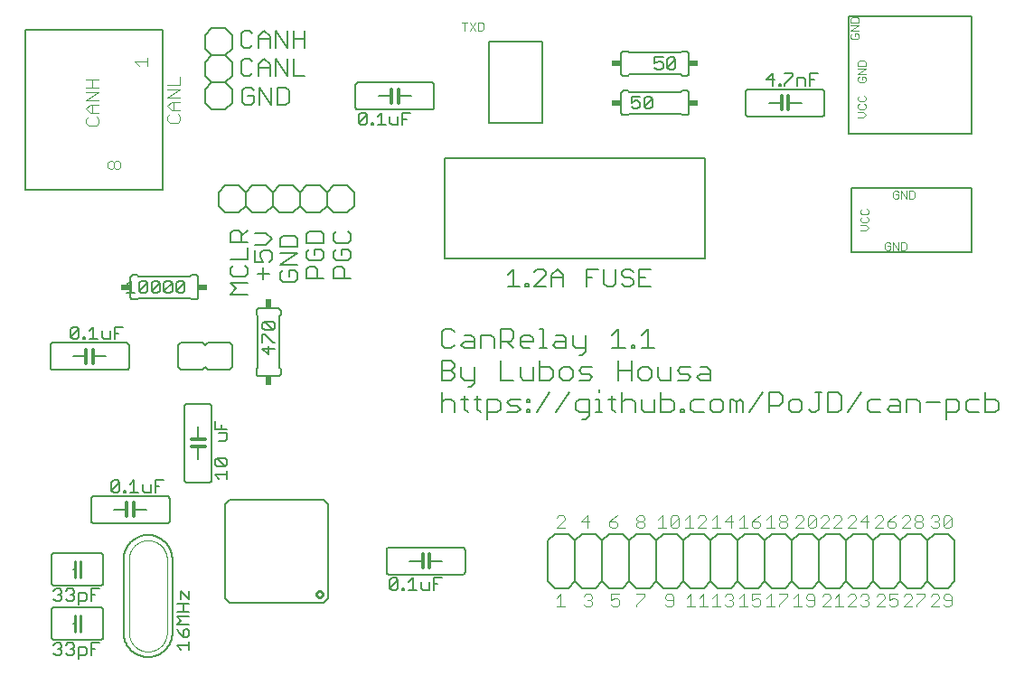
<source format=gto>
G75*
%MOIN*%
%OFA0B0*%
%FSLAX25Y25*%
%IPPOS*%
%LPD*%
%AMOC8*
5,1,8,0,0,1.08239X$1,22.5*
%
%ADD10C,0.00600*%
%ADD11C,0.00400*%
%ADD12C,0.01200*%
%ADD13C,0.00500*%
%ADD14C,0.01000*%
%ADD15C,0.00300*%
%ADD16R,0.03400X0.02400*%
%ADD17R,0.02400X0.03400*%
%ADD18C,0.00200*%
%ADD19C,0.00800*%
D10*
X0023500Y0033000D02*
X0040500Y0033000D01*
X0040560Y0033002D01*
X0040621Y0033007D01*
X0040680Y0033016D01*
X0040739Y0033029D01*
X0040798Y0033045D01*
X0040855Y0033065D01*
X0040910Y0033088D01*
X0040965Y0033115D01*
X0041017Y0033144D01*
X0041068Y0033177D01*
X0041117Y0033213D01*
X0041163Y0033251D01*
X0041207Y0033293D01*
X0041249Y0033337D01*
X0041287Y0033383D01*
X0041323Y0033432D01*
X0041356Y0033483D01*
X0041385Y0033535D01*
X0041412Y0033590D01*
X0041435Y0033645D01*
X0041455Y0033702D01*
X0041471Y0033761D01*
X0041484Y0033820D01*
X0041493Y0033879D01*
X0041498Y0033940D01*
X0041500Y0034000D01*
X0041500Y0044000D01*
X0041498Y0044060D01*
X0041493Y0044121D01*
X0041484Y0044180D01*
X0041471Y0044239D01*
X0041455Y0044298D01*
X0041435Y0044355D01*
X0041412Y0044410D01*
X0041385Y0044465D01*
X0041356Y0044517D01*
X0041323Y0044568D01*
X0041287Y0044617D01*
X0041249Y0044663D01*
X0041207Y0044707D01*
X0041163Y0044749D01*
X0041117Y0044787D01*
X0041068Y0044823D01*
X0041017Y0044856D01*
X0040965Y0044885D01*
X0040910Y0044912D01*
X0040855Y0044935D01*
X0040798Y0044955D01*
X0040739Y0044971D01*
X0040680Y0044984D01*
X0040621Y0044993D01*
X0040560Y0044998D01*
X0040500Y0045000D01*
X0023500Y0045000D01*
X0023440Y0044998D01*
X0023379Y0044993D01*
X0023320Y0044984D01*
X0023261Y0044971D01*
X0023202Y0044955D01*
X0023145Y0044935D01*
X0023090Y0044912D01*
X0023035Y0044885D01*
X0022983Y0044856D01*
X0022932Y0044823D01*
X0022883Y0044787D01*
X0022837Y0044749D01*
X0022793Y0044707D01*
X0022751Y0044663D01*
X0022713Y0044617D01*
X0022677Y0044568D01*
X0022644Y0044517D01*
X0022615Y0044465D01*
X0022588Y0044410D01*
X0022565Y0044355D01*
X0022545Y0044298D01*
X0022529Y0044239D01*
X0022516Y0044180D01*
X0022507Y0044121D01*
X0022502Y0044060D01*
X0022500Y0044000D01*
X0022500Y0034000D01*
X0022502Y0033940D01*
X0022507Y0033879D01*
X0022516Y0033820D01*
X0022529Y0033761D01*
X0022545Y0033702D01*
X0022565Y0033645D01*
X0022588Y0033590D01*
X0022615Y0033535D01*
X0022644Y0033483D01*
X0022677Y0033432D01*
X0022713Y0033383D01*
X0022751Y0033337D01*
X0022793Y0033293D01*
X0022837Y0033251D01*
X0022883Y0033213D01*
X0022932Y0033177D01*
X0022983Y0033144D01*
X0023035Y0033115D01*
X0023090Y0033088D01*
X0023145Y0033065D01*
X0023202Y0033045D01*
X0023261Y0033029D01*
X0023320Y0033016D01*
X0023379Y0033007D01*
X0023440Y0033002D01*
X0023500Y0033000D01*
X0030500Y0039000D02*
X0031000Y0039000D01*
X0033000Y0039000D02*
X0033500Y0039000D01*
X0049000Y0035583D02*
X0049000Y0062583D01*
X0041500Y0064000D02*
X0041500Y0054000D01*
X0041498Y0053940D01*
X0041493Y0053879D01*
X0041484Y0053820D01*
X0041471Y0053761D01*
X0041455Y0053702D01*
X0041435Y0053645D01*
X0041412Y0053590D01*
X0041385Y0053535D01*
X0041356Y0053483D01*
X0041323Y0053432D01*
X0041287Y0053383D01*
X0041249Y0053337D01*
X0041207Y0053293D01*
X0041163Y0053251D01*
X0041117Y0053213D01*
X0041068Y0053177D01*
X0041017Y0053144D01*
X0040965Y0053115D01*
X0040910Y0053088D01*
X0040855Y0053065D01*
X0040798Y0053045D01*
X0040739Y0053029D01*
X0040680Y0053016D01*
X0040621Y0053007D01*
X0040560Y0053002D01*
X0040500Y0053000D01*
X0023500Y0053000D01*
X0023440Y0053002D01*
X0023379Y0053007D01*
X0023320Y0053016D01*
X0023261Y0053029D01*
X0023202Y0053045D01*
X0023145Y0053065D01*
X0023090Y0053088D01*
X0023035Y0053115D01*
X0022983Y0053144D01*
X0022932Y0053177D01*
X0022883Y0053213D01*
X0022837Y0053251D01*
X0022793Y0053293D01*
X0022751Y0053337D01*
X0022713Y0053383D01*
X0022677Y0053432D01*
X0022644Y0053483D01*
X0022615Y0053535D01*
X0022588Y0053590D01*
X0022565Y0053645D01*
X0022545Y0053702D01*
X0022529Y0053761D01*
X0022516Y0053820D01*
X0022507Y0053879D01*
X0022502Y0053940D01*
X0022500Y0054000D01*
X0022500Y0064000D01*
X0022502Y0064060D01*
X0022507Y0064121D01*
X0022516Y0064180D01*
X0022529Y0064239D01*
X0022545Y0064298D01*
X0022565Y0064355D01*
X0022588Y0064410D01*
X0022615Y0064465D01*
X0022644Y0064517D01*
X0022677Y0064568D01*
X0022713Y0064617D01*
X0022751Y0064663D01*
X0022793Y0064707D01*
X0022837Y0064749D01*
X0022883Y0064787D01*
X0022932Y0064823D01*
X0022983Y0064856D01*
X0023035Y0064885D01*
X0023090Y0064912D01*
X0023145Y0064935D01*
X0023202Y0064955D01*
X0023261Y0064971D01*
X0023320Y0064984D01*
X0023379Y0064993D01*
X0023440Y0064998D01*
X0023500Y0065000D01*
X0040500Y0065000D01*
X0040560Y0064998D01*
X0040621Y0064993D01*
X0040680Y0064984D01*
X0040739Y0064971D01*
X0040798Y0064955D01*
X0040855Y0064935D01*
X0040910Y0064912D01*
X0040965Y0064885D01*
X0041017Y0064856D01*
X0041068Y0064823D01*
X0041117Y0064787D01*
X0041163Y0064749D01*
X0041207Y0064707D01*
X0041249Y0064663D01*
X0041287Y0064617D01*
X0041323Y0064568D01*
X0041356Y0064517D01*
X0041385Y0064465D01*
X0041412Y0064410D01*
X0041435Y0064355D01*
X0041455Y0064298D01*
X0041471Y0064239D01*
X0041484Y0064180D01*
X0041493Y0064121D01*
X0041498Y0064060D01*
X0041500Y0064000D01*
X0033500Y0059000D02*
X0033000Y0059000D01*
X0031000Y0059000D02*
X0030500Y0059000D01*
X0038000Y0076000D02*
X0065000Y0076000D01*
X0065060Y0076002D01*
X0065121Y0076007D01*
X0065180Y0076016D01*
X0065239Y0076029D01*
X0065298Y0076045D01*
X0065355Y0076065D01*
X0065410Y0076088D01*
X0065465Y0076115D01*
X0065517Y0076144D01*
X0065568Y0076177D01*
X0065617Y0076213D01*
X0065663Y0076251D01*
X0065707Y0076293D01*
X0065749Y0076337D01*
X0065787Y0076383D01*
X0065823Y0076432D01*
X0065856Y0076483D01*
X0065885Y0076535D01*
X0065912Y0076590D01*
X0065935Y0076645D01*
X0065955Y0076702D01*
X0065971Y0076761D01*
X0065984Y0076820D01*
X0065993Y0076879D01*
X0065998Y0076940D01*
X0066000Y0077000D01*
X0066000Y0085000D01*
X0065998Y0085060D01*
X0065993Y0085121D01*
X0065984Y0085180D01*
X0065971Y0085239D01*
X0065955Y0085298D01*
X0065935Y0085355D01*
X0065912Y0085410D01*
X0065885Y0085465D01*
X0065856Y0085517D01*
X0065823Y0085568D01*
X0065787Y0085617D01*
X0065749Y0085663D01*
X0065707Y0085707D01*
X0065663Y0085749D01*
X0065617Y0085787D01*
X0065568Y0085823D01*
X0065517Y0085856D01*
X0065465Y0085885D01*
X0065410Y0085912D01*
X0065355Y0085935D01*
X0065298Y0085955D01*
X0065239Y0085971D01*
X0065180Y0085984D01*
X0065121Y0085993D01*
X0065060Y0085998D01*
X0065000Y0086000D01*
X0038000Y0086000D01*
X0037940Y0085998D01*
X0037879Y0085993D01*
X0037820Y0085984D01*
X0037761Y0085971D01*
X0037702Y0085955D01*
X0037645Y0085935D01*
X0037590Y0085912D01*
X0037535Y0085885D01*
X0037483Y0085856D01*
X0037432Y0085823D01*
X0037383Y0085787D01*
X0037337Y0085749D01*
X0037293Y0085707D01*
X0037251Y0085663D01*
X0037213Y0085617D01*
X0037177Y0085568D01*
X0037144Y0085517D01*
X0037115Y0085465D01*
X0037088Y0085410D01*
X0037065Y0085355D01*
X0037045Y0085298D01*
X0037029Y0085239D01*
X0037016Y0085180D01*
X0037007Y0085121D01*
X0037002Y0085060D01*
X0037000Y0085000D01*
X0037000Y0077000D01*
X0037002Y0076940D01*
X0037007Y0076879D01*
X0037016Y0076820D01*
X0037029Y0076761D01*
X0037045Y0076702D01*
X0037065Y0076645D01*
X0037088Y0076590D01*
X0037115Y0076535D01*
X0037144Y0076483D01*
X0037177Y0076432D01*
X0037213Y0076383D01*
X0037251Y0076337D01*
X0037293Y0076293D01*
X0037337Y0076251D01*
X0037383Y0076213D01*
X0037432Y0076177D01*
X0037483Y0076144D01*
X0037535Y0076115D01*
X0037590Y0076088D01*
X0037645Y0076065D01*
X0037702Y0076045D01*
X0037761Y0076029D01*
X0037820Y0076016D01*
X0037879Y0076007D01*
X0037940Y0076002D01*
X0038000Y0076000D01*
X0045500Y0081000D02*
X0050200Y0081000D01*
X0052700Y0081000D02*
X0057500Y0081000D01*
X0071500Y0092000D02*
X0071500Y0119000D01*
X0071502Y0119060D01*
X0071507Y0119121D01*
X0071516Y0119180D01*
X0071529Y0119239D01*
X0071545Y0119298D01*
X0071565Y0119355D01*
X0071588Y0119410D01*
X0071615Y0119465D01*
X0071644Y0119517D01*
X0071677Y0119568D01*
X0071713Y0119617D01*
X0071751Y0119663D01*
X0071793Y0119707D01*
X0071837Y0119749D01*
X0071883Y0119787D01*
X0071932Y0119823D01*
X0071983Y0119856D01*
X0072035Y0119885D01*
X0072090Y0119912D01*
X0072145Y0119935D01*
X0072202Y0119955D01*
X0072261Y0119971D01*
X0072320Y0119984D01*
X0072379Y0119993D01*
X0072440Y0119998D01*
X0072500Y0120000D01*
X0080500Y0120000D01*
X0080560Y0119998D01*
X0080621Y0119993D01*
X0080680Y0119984D01*
X0080739Y0119971D01*
X0080798Y0119955D01*
X0080855Y0119935D01*
X0080910Y0119912D01*
X0080965Y0119885D01*
X0081017Y0119856D01*
X0081068Y0119823D01*
X0081117Y0119787D01*
X0081163Y0119749D01*
X0081207Y0119707D01*
X0081249Y0119663D01*
X0081287Y0119617D01*
X0081323Y0119568D01*
X0081356Y0119517D01*
X0081385Y0119465D01*
X0081412Y0119410D01*
X0081435Y0119355D01*
X0081455Y0119298D01*
X0081471Y0119239D01*
X0081484Y0119180D01*
X0081493Y0119121D01*
X0081498Y0119060D01*
X0081500Y0119000D01*
X0081500Y0092000D01*
X0081498Y0091940D01*
X0081493Y0091879D01*
X0081484Y0091820D01*
X0081471Y0091761D01*
X0081455Y0091702D01*
X0081435Y0091645D01*
X0081412Y0091590D01*
X0081385Y0091535D01*
X0081356Y0091483D01*
X0081323Y0091432D01*
X0081287Y0091383D01*
X0081249Y0091337D01*
X0081207Y0091293D01*
X0081163Y0091251D01*
X0081117Y0091213D01*
X0081068Y0091177D01*
X0081017Y0091144D01*
X0080965Y0091115D01*
X0080910Y0091088D01*
X0080855Y0091065D01*
X0080798Y0091045D01*
X0080739Y0091029D01*
X0080680Y0091016D01*
X0080621Y0091007D01*
X0080560Y0091002D01*
X0080500Y0091000D01*
X0072500Y0091000D01*
X0072440Y0091002D01*
X0072379Y0091007D01*
X0072320Y0091016D01*
X0072261Y0091029D01*
X0072202Y0091045D01*
X0072145Y0091065D01*
X0072090Y0091088D01*
X0072035Y0091115D01*
X0071983Y0091144D01*
X0071932Y0091177D01*
X0071883Y0091213D01*
X0071837Y0091251D01*
X0071793Y0091293D01*
X0071751Y0091337D01*
X0071713Y0091383D01*
X0071677Y0091432D01*
X0071644Y0091483D01*
X0071615Y0091535D01*
X0071588Y0091590D01*
X0071565Y0091645D01*
X0071545Y0091702D01*
X0071529Y0091761D01*
X0071516Y0091820D01*
X0071507Y0091879D01*
X0071502Y0091940D01*
X0071500Y0092000D01*
X0076500Y0099500D02*
X0076500Y0104300D01*
X0076500Y0106800D02*
X0076500Y0111500D01*
X0098000Y0131232D02*
X0098000Y0132732D01*
X0098500Y0133232D01*
X0098500Y0152232D01*
X0098000Y0152732D01*
X0098000Y0154232D01*
X0098002Y0154292D01*
X0098007Y0154353D01*
X0098016Y0154412D01*
X0098029Y0154471D01*
X0098045Y0154530D01*
X0098065Y0154587D01*
X0098088Y0154642D01*
X0098115Y0154697D01*
X0098144Y0154749D01*
X0098177Y0154800D01*
X0098213Y0154849D01*
X0098251Y0154895D01*
X0098293Y0154939D01*
X0098337Y0154981D01*
X0098383Y0155019D01*
X0098432Y0155055D01*
X0098483Y0155088D01*
X0098535Y0155117D01*
X0098590Y0155144D01*
X0098645Y0155167D01*
X0098702Y0155187D01*
X0098761Y0155203D01*
X0098820Y0155216D01*
X0098879Y0155225D01*
X0098940Y0155230D01*
X0099000Y0155232D01*
X0106000Y0155232D01*
X0106060Y0155230D01*
X0106121Y0155225D01*
X0106180Y0155216D01*
X0106239Y0155203D01*
X0106298Y0155187D01*
X0106355Y0155167D01*
X0106410Y0155144D01*
X0106465Y0155117D01*
X0106517Y0155088D01*
X0106568Y0155055D01*
X0106617Y0155019D01*
X0106663Y0154981D01*
X0106707Y0154939D01*
X0106749Y0154895D01*
X0106787Y0154849D01*
X0106823Y0154800D01*
X0106856Y0154749D01*
X0106885Y0154697D01*
X0106912Y0154642D01*
X0106935Y0154587D01*
X0106955Y0154530D01*
X0106971Y0154471D01*
X0106984Y0154412D01*
X0106993Y0154353D01*
X0106998Y0154292D01*
X0107000Y0154232D01*
X0107000Y0152732D01*
X0106500Y0152232D01*
X0106500Y0133232D01*
X0107000Y0132732D01*
X0107000Y0131232D01*
X0106998Y0131172D01*
X0106993Y0131111D01*
X0106984Y0131052D01*
X0106971Y0130993D01*
X0106955Y0130934D01*
X0106935Y0130877D01*
X0106912Y0130822D01*
X0106885Y0130767D01*
X0106856Y0130715D01*
X0106823Y0130664D01*
X0106787Y0130615D01*
X0106749Y0130569D01*
X0106707Y0130525D01*
X0106663Y0130483D01*
X0106617Y0130445D01*
X0106568Y0130409D01*
X0106517Y0130376D01*
X0106465Y0130347D01*
X0106410Y0130320D01*
X0106355Y0130297D01*
X0106298Y0130277D01*
X0106239Y0130261D01*
X0106180Y0130248D01*
X0106121Y0130239D01*
X0106060Y0130234D01*
X0106000Y0130232D01*
X0099000Y0130232D01*
X0098940Y0130234D01*
X0098879Y0130239D01*
X0098820Y0130248D01*
X0098761Y0130261D01*
X0098702Y0130277D01*
X0098645Y0130297D01*
X0098590Y0130320D01*
X0098535Y0130347D01*
X0098483Y0130376D01*
X0098432Y0130409D01*
X0098383Y0130445D01*
X0098337Y0130483D01*
X0098293Y0130525D01*
X0098251Y0130569D01*
X0098213Y0130615D01*
X0098177Y0130664D01*
X0098144Y0130715D01*
X0098115Y0130767D01*
X0098088Y0130822D01*
X0098065Y0130877D01*
X0098045Y0130934D01*
X0098029Y0130993D01*
X0098016Y0131052D01*
X0098007Y0131111D01*
X0098002Y0131172D01*
X0098000Y0131232D01*
X0089000Y0133500D02*
X0089000Y0141500D01*
X0088000Y0142500D01*
X0080000Y0142500D01*
X0079000Y0141500D01*
X0078000Y0142500D01*
X0070000Y0142500D01*
X0069000Y0141500D01*
X0069000Y0133500D01*
X0070000Y0132500D01*
X0078000Y0132500D01*
X0079000Y0133500D01*
X0080000Y0132500D01*
X0088000Y0132500D01*
X0089000Y0133500D01*
X0075500Y0158500D02*
X0074000Y0158500D01*
X0073500Y0159000D01*
X0054500Y0159000D01*
X0054000Y0158500D01*
X0052500Y0158500D01*
X0052440Y0158502D01*
X0052379Y0158507D01*
X0052320Y0158516D01*
X0052261Y0158529D01*
X0052202Y0158545D01*
X0052145Y0158565D01*
X0052090Y0158588D01*
X0052035Y0158615D01*
X0051983Y0158644D01*
X0051932Y0158677D01*
X0051883Y0158713D01*
X0051837Y0158751D01*
X0051793Y0158793D01*
X0051751Y0158837D01*
X0051713Y0158883D01*
X0051677Y0158932D01*
X0051644Y0158983D01*
X0051615Y0159035D01*
X0051588Y0159090D01*
X0051565Y0159145D01*
X0051545Y0159202D01*
X0051529Y0159261D01*
X0051516Y0159320D01*
X0051507Y0159379D01*
X0051502Y0159440D01*
X0051500Y0159500D01*
X0051500Y0166500D01*
X0051502Y0166560D01*
X0051507Y0166621D01*
X0051516Y0166680D01*
X0051529Y0166739D01*
X0051545Y0166798D01*
X0051565Y0166855D01*
X0051588Y0166910D01*
X0051615Y0166965D01*
X0051644Y0167017D01*
X0051677Y0167068D01*
X0051713Y0167117D01*
X0051751Y0167163D01*
X0051793Y0167207D01*
X0051837Y0167249D01*
X0051883Y0167287D01*
X0051932Y0167323D01*
X0051983Y0167356D01*
X0052035Y0167385D01*
X0052090Y0167412D01*
X0052145Y0167435D01*
X0052202Y0167455D01*
X0052261Y0167471D01*
X0052320Y0167484D01*
X0052379Y0167493D01*
X0052440Y0167498D01*
X0052500Y0167500D01*
X0054000Y0167500D01*
X0054500Y0167000D01*
X0073500Y0167000D01*
X0074000Y0167500D01*
X0075500Y0167500D01*
X0075560Y0167498D01*
X0075621Y0167493D01*
X0075680Y0167484D01*
X0075739Y0167471D01*
X0075798Y0167455D01*
X0075855Y0167435D01*
X0075910Y0167412D01*
X0075965Y0167385D01*
X0076017Y0167356D01*
X0076068Y0167323D01*
X0076117Y0167287D01*
X0076163Y0167249D01*
X0076207Y0167207D01*
X0076249Y0167163D01*
X0076287Y0167117D01*
X0076323Y0167068D01*
X0076356Y0167017D01*
X0076385Y0166965D01*
X0076412Y0166910D01*
X0076435Y0166855D01*
X0076455Y0166798D01*
X0076471Y0166739D01*
X0076484Y0166680D01*
X0076493Y0166621D01*
X0076498Y0166560D01*
X0076500Y0166500D01*
X0076500Y0159500D01*
X0076498Y0159440D01*
X0076493Y0159379D01*
X0076484Y0159320D01*
X0076471Y0159261D01*
X0076455Y0159202D01*
X0076435Y0159145D01*
X0076412Y0159090D01*
X0076385Y0159035D01*
X0076356Y0158983D01*
X0076323Y0158932D01*
X0076287Y0158883D01*
X0076249Y0158837D01*
X0076207Y0158793D01*
X0076163Y0158751D01*
X0076117Y0158713D01*
X0076068Y0158677D01*
X0076017Y0158644D01*
X0075965Y0158615D01*
X0075910Y0158588D01*
X0075855Y0158565D01*
X0075798Y0158545D01*
X0075739Y0158529D01*
X0075680Y0158516D01*
X0075621Y0158507D01*
X0075560Y0158502D01*
X0075500Y0158500D01*
X0088295Y0160300D02*
X0090430Y0162435D01*
X0088295Y0164570D01*
X0094700Y0164570D01*
X0093632Y0166745D02*
X0094700Y0167813D01*
X0094700Y0169948D01*
X0093632Y0171016D01*
X0094700Y0173191D02*
X0088295Y0173191D01*
X0089362Y0171016D02*
X0088295Y0169948D01*
X0088295Y0167813D01*
X0089362Y0166745D01*
X0093632Y0166745D01*
X0098362Y0167935D02*
X0102632Y0167935D01*
X0100497Y0165800D02*
X0100497Y0170070D01*
X0100497Y0172245D02*
X0099430Y0174381D01*
X0099430Y0175448D01*
X0100497Y0176516D01*
X0102632Y0176516D01*
X0103700Y0175448D01*
X0103700Y0173313D01*
X0102632Y0172245D01*
X0100497Y0172245D02*
X0097295Y0172245D01*
X0097295Y0176516D01*
X0097295Y0178691D02*
X0101565Y0178691D01*
X0103700Y0180826D01*
X0101565Y0182961D01*
X0097295Y0182961D01*
X0094700Y0183907D02*
X0092565Y0181772D01*
X0092565Y0182839D02*
X0092565Y0179636D01*
X0094700Y0179636D02*
X0088295Y0179636D01*
X0088295Y0182839D01*
X0089362Y0183907D01*
X0091497Y0183907D01*
X0092565Y0182839D01*
X0094700Y0177461D02*
X0094700Y0173191D01*
X0106795Y0171308D02*
X0113200Y0175579D01*
X0106795Y0175579D01*
X0106795Y0177754D02*
X0106795Y0180957D01*
X0107862Y0182024D01*
X0112132Y0182024D01*
X0113200Y0180957D01*
X0113200Y0177754D01*
X0106795Y0177754D01*
X0106795Y0171308D02*
X0113200Y0171308D01*
X0112132Y0169133D02*
X0109997Y0169133D01*
X0109997Y0166998D01*
X0107862Y0164863D02*
X0112132Y0164863D01*
X0113200Y0165931D01*
X0113200Y0168066D01*
X0112132Y0169133D01*
X0116295Y0169503D02*
X0116295Y0166300D01*
X0122700Y0166300D01*
X0120565Y0166300D02*
X0120565Y0169503D01*
X0119497Y0170570D01*
X0117362Y0170570D01*
X0116295Y0169503D01*
X0117362Y0172745D02*
X0116295Y0173813D01*
X0116295Y0175948D01*
X0117362Y0177016D01*
X0119497Y0177016D02*
X0119497Y0174881D01*
X0119497Y0177016D02*
X0121632Y0177016D01*
X0122700Y0175948D01*
X0122700Y0173813D01*
X0121632Y0172745D01*
X0117362Y0172745D01*
X0116295Y0179191D02*
X0116295Y0182394D01*
X0117362Y0183461D01*
X0121632Y0183461D01*
X0122700Y0182394D01*
X0122700Y0179191D01*
X0116295Y0179191D01*
X0126295Y0180259D02*
X0127362Y0179191D01*
X0131632Y0179191D01*
X0132700Y0180259D01*
X0132700Y0182394D01*
X0131632Y0183461D01*
X0127362Y0183461D02*
X0126295Y0182394D01*
X0126295Y0180259D01*
X0127362Y0177016D02*
X0126295Y0175948D01*
X0126295Y0173813D01*
X0127362Y0172745D01*
X0131632Y0172745D01*
X0132700Y0173813D01*
X0132700Y0175948D01*
X0131632Y0177016D01*
X0129497Y0177016D01*
X0129497Y0174881D01*
X0129497Y0170570D02*
X0127362Y0170570D01*
X0126295Y0169503D01*
X0126295Y0166300D01*
X0132700Y0166300D01*
X0130565Y0166300D02*
X0130565Y0169503D01*
X0129497Y0170570D01*
X0107862Y0169133D02*
X0106795Y0168066D01*
X0106795Y0165931D01*
X0107862Y0164863D01*
X0094700Y0160300D02*
X0088295Y0160300D01*
X0051000Y0141500D02*
X0051000Y0133500D01*
X0050998Y0133440D01*
X0050993Y0133379D01*
X0050984Y0133320D01*
X0050971Y0133261D01*
X0050955Y0133202D01*
X0050935Y0133145D01*
X0050912Y0133090D01*
X0050885Y0133035D01*
X0050856Y0132983D01*
X0050823Y0132932D01*
X0050787Y0132883D01*
X0050749Y0132837D01*
X0050707Y0132793D01*
X0050663Y0132751D01*
X0050617Y0132713D01*
X0050568Y0132677D01*
X0050517Y0132644D01*
X0050465Y0132615D01*
X0050410Y0132588D01*
X0050355Y0132565D01*
X0050298Y0132545D01*
X0050239Y0132529D01*
X0050180Y0132516D01*
X0050121Y0132507D01*
X0050060Y0132502D01*
X0050000Y0132500D01*
X0023000Y0132500D01*
X0022940Y0132502D01*
X0022879Y0132507D01*
X0022820Y0132516D01*
X0022761Y0132529D01*
X0022702Y0132545D01*
X0022645Y0132565D01*
X0022590Y0132588D01*
X0022535Y0132615D01*
X0022483Y0132644D01*
X0022432Y0132677D01*
X0022383Y0132713D01*
X0022337Y0132751D01*
X0022293Y0132793D01*
X0022251Y0132837D01*
X0022213Y0132883D01*
X0022177Y0132932D01*
X0022144Y0132983D01*
X0022115Y0133035D01*
X0022088Y0133090D01*
X0022065Y0133145D01*
X0022045Y0133202D01*
X0022029Y0133261D01*
X0022016Y0133320D01*
X0022007Y0133379D01*
X0022002Y0133440D01*
X0022000Y0133500D01*
X0022000Y0141500D01*
X0022002Y0141560D01*
X0022007Y0141621D01*
X0022016Y0141680D01*
X0022029Y0141739D01*
X0022045Y0141798D01*
X0022065Y0141855D01*
X0022088Y0141910D01*
X0022115Y0141965D01*
X0022144Y0142017D01*
X0022177Y0142068D01*
X0022213Y0142117D01*
X0022251Y0142163D01*
X0022293Y0142207D01*
X0022337Y0142249D01*
X0022383Y0142287D01*
X0022432Y0142323D01*
X0022483Y0142356D01*
X0022535Y0142385D01*
X0022590Y0142412D01*
X0022645Y0142435D01*
X0022702Y0142455D01*
X0022761Y0142471D01*
X0022820Y0142484D01*
X0022879Y0142493D01*
X0022940Y0142498D01*
X0023000Y0142500D01*
X0050000Y0142500D01*
X0050060Y0142498D01*
X0050121Y0142493D01*
X0050180Y0142484D01*
X0050239Y0142471D01*
X0050298Y0142455D01*
X0050355Y0142435D01*
X0050410Y0142412D01*
X0050465Y0142385D01*
X0050517Y0142356D01*
X0050568Y0142323D01*
X0050617Y0142287D01*
X0050663Y0142249D01*
X0050707Y0142207D01*
X0050749Y0142163D01*
X0050787Y0142117D01*
X0050823Y0142068D01*
X0050856Y0142017D01*
X0050885Y0141965D01*
X0050912Y0141910D01*
X0050935Y0141855D01*
X0050955Y0141798D01*
X0050971Y0141739D01*
X0050984Y0141680D01*
X0050993Y0141621D01*
X0050998Y0141560D01*
X0051000Y0141500D01*
X0042500Y0137500D02*
X0037700Y0137500D01*
X0035200Y0137500D02*
X0030500Y0137500D01*
X0084000Y0193000D02*
X0086500Y0190500D01*
X0091500Y0190500D01*
X0094000Y0193000D01*
X0096500Y0190500D01*
X0101500Y0190500D01*
X0104000Y0193000D01*
X0104000Y0198000D01*
X0101500Y0200500D01*
X0096500Y0200500D01*
X0094000Y0198000D01*
X0094000Y0193000D01*
X0094000Y0198000D02*
X0091500Y0200500D01*
X0086500Y0200500D01*
X0084000Y0198000D01*
X0084000Y0193000D01*
X0104000Y0193000D02*
X0106500Y0190500D01*
X0111500Y0190500D01*
X0114000Y0193000D01*
X0116500Y0190500D01*
X0121500Y0190500D01*
X0124000Y0193000D01*
X0126500Y0190500D01*
X0131500Y0190500D01*
X0134000Y0193000D01*
X0134000Y0198000D01*
X0131500Y0200500D01*
X0126500Y0200500D01*
X0124000Y0198000D01*
X0124000Y0193000D01*
X0124000Y0198000D02*
X0121500Y0200500D01*
X0116500Y0200500D01*
X0114000Y0198000D01*
X0114000Y0193000D01*
X0114000Y0198000D02*
X0111500Y0200500D01*
X0106500Y0200500D01*
X0104000Y0198000D01*
X0086500Y0228500D02*
X0081500Y0228500D01*
X0079000Y0231000D01*
X0079000Y0236000D01*
X0081500Y0238500D01*
X0079000Y0241000D01*
X0079000Y0246000D01*
X0081500Y0248500D01*
X0079000Y0251000D01*
X0079000Y0256000D01*
X0081500Y0258500D01*
X0086500Y0258500D01*
X0089000Y0256000D01*
X0089000Y0251000D01*
X0086500Y0248500D01*
X0089000Y0246000D01*
X0089000Y0241000D01*
X0086500Y0238500D01*
X0089000Y0236000D01*
X0089000Y0231000D01*
X0086500Y0228500D01*
X0092800Y0231368D02*
X0093868Y0230300D01*
X0096003Y0230300D01*
X0097070Y0231368D01*
X0097070Y0233503D01*
X0094935Y0233503D01*
X0092800Y0235638D02*
X0092800Y0231368D01*
X0092800Y0235638D02*
X0093868Y0236705D01*
X0096003Y0236705D01*
X0097070Y0235638D01*
X0099245Y0236705D02*
X0103516Y0230300D01*
X0103516Y0236705D01*
X0105691Y0236705D02*
X0108894Y0236705D01*
X0109961Y0235638D01*
X0109961Y0231368D01*
X0108894Y0230300D01*
X0105691Y0230300D01*
X0105691Y0236705D01*
X0105191Y0240800D02*
X0105191Y0247205D01*
X0109461Y0240800D01*
X0109461Y0247205D01*
X0111636Y0247205D02*
X0111636Y0240800D01*
X0115907Y0240800D01*
X0103016Y0240800D02*
X0103016Y0245070D01*
X0100881Y0247205D01*
X0098745Y0245070D01*
X0098745Y0240800D01*
X0096570Y0241868D02*
X0095503Y0240800D01*
X0093368Y0240800D01*
X0092300Y0241868D01*
X0092300Y0246138D01*
X0093368Y0247205D01*
X0095503Y0247205D01*
X0096570Y0246138D01*
X0098745Y0244003D02*
X0103016Y0244003D01*
X0103016Y0251300D02*
X0103016Y0255570D01*
X0100881Y0257705D01*
X0098745Y0255570D01*
X0098745Y0251300D01*
X0096570Y0252368D02*
X0095503Y0251300D01*
X0093368Y0251300D01*
X0092300Y0252368D01*
X0092300Y0256638D01*
X0093368Y0257705D01*
X0095503Y0257705D01*
X0096570Y0256638D01*
X0098745Y0254503D02*
X0103016Y0254503D01*
X0105191Y0257705D02*
X0105191Y0251300D01*
X0109461Y0251300D02*
X0109461Y0257705D01*
X0111636Y0257705D02*
X0111636Y0251300D01*
X0109461Y0251300D02*
X0105191Y0257705D01*
X0111636Y0254503D02*
X0115907Y0254503D01*
X0115907Y0257705D02*
X0115907Y0251300D01*
X0134500Y0237500D02*
X0134500Y0229500D01*
X0134502Y0229440D01*
X0134507Y0229379D01*
X0134516Y0229320D01*
X0134529Y0229261D01*
X0134545Y0229202D01*
X0134565Y0229145D01*
X0134588Y0229090D01*
X0134615Y0229035D01*
X0134644Y0228983D01*
X0134677Y0228932D01*
X0134713Y0228883D01*
X0134751Y0228837D01*
X0134793Y0228793D01*
X0134837Y0228751D01*
X0134883Y0228713D01*
X0134932Y0228677D01*
X0134983Y0228644D01*
X0135035Y0228615D01*
X0135090Y0228588D01*
X0135145Y0228565D01*
X0135202Y0228545D01*
X0135261Y0228529D01*
X0135320Y0228516D01*
X0135379Y0228507D01*
X0135440Y0228502D01*
X0135500Y0228500D01*
X0162500Y0228500D01*
X0162560Y0228502D01*
X0162621Y0228507D01*
X0162680Y0228516D01*
X0162739Y0228529D01*
X0162798Y0228545D01*
X0162855Y0228565D01*
X0162910Y0228588D01*
X0162965Y0228615D01*
X0163017Y0228644D01*
X0163068Y0228677D01*
X0163117Y0228713D01*
X0163163Y0228751D01*
X0163207Y0228793D01*
X0163249Y0228837D01*
X0163287Y0228883D01*
X0163323Y0228932D01*
X0163356Y0228983D01*
X0163385Y0229035D01*
X0163412Y0229090D01*
X0163435Y0229145D01*
X0163455Y0229202D01*
X0163471Y0229261D01*
X0163484Y0229320D01*
X0163493Y0229379D01*
X0163498Y0229440D01*
X0163500Y0229500D01*
X0163500Y0237500D01*
X0163498Y0237560D01*
X0163493Y0237621D01*
X0163484Y0237680D01*
X0163471Y0237739D01*
X0163455Y0237798D01*
X0163435Y0237855D01*
X0163412Y0237910D01*
X0163385Y0237965D01*
X0163356Y0238017D01*
X0163323Y0238068D01*
X0163287Y0238117D01*
X0163249Y0238163D01*
X0163207Y0238207D01*
X0163163Y0238249D01*
X0163117Y0238287D01*
X0163068Y0238323D01*
X0163017Y0238356D01*
X0162965Y0238385D01*
X0162910Y0238412D01*
X0162855Y0238435D01*
X0162798Y0238455D01*
X0162739Y0238471D01*
X0162680Y0238484D01*
X0162621Y0238493D01*
X0162560Y0238498D01*
X0162500Y0238500D01*
X0135500Y0238500D01*
X0135440Y0238498D01*
X0135379Y0238493D01*
X0135320Y0238484D01*
X0135261Y0238471D01*
X0135202Y0238455D01*
X0135145Y0238435D01*
X0135090Y0238412D01*
X0135035Y0238385D01*
X0134983Y0238356D01*
X0134932Y0238323D01*
X0134883Y0238287D01*
X0134837Y0238249D01*
X0134793Y0238207D01*
X0134751Y0238163D01*
X0134713Y0238117D01*
X0134677Y0238068D01*
X0134644Y0238017D01*
X0134615Y0237965D01*
X0134588Y0237910D01*
X0134565Y0237855D01*
X0134545Y0237798D01*
X0134529Y0237739D01*
X0134516Y0237680D01*
X0134507Y0237621D01*
X0134502Y0237560D01*
X0134500Y0237500D01*
X0143000Y0233500D02*
X0147800Y0233500D01*
X0150300Y0233500D02*
X0155000Y0233500D01*
X0099245Y0230300D02*
X0099245Y0236705D01*
X0086500Y0238500D02*
X0081500Y0238500D01*
X0081500Y0248500D02*
X0086500Y0248500D01*
X0190800Y0167570D02*
X0192935Y0169705D01*
X0192935Y0163300D01*
X0190800Y0163300D02*
X0195070Y0163300D01*
X0197245Y0163300D02*
X0198313Y0163300D01*
X0198313Y0164368D01*
X0197245Y0164368D01*
X0197245Y0163300D01*
X0200468Y0163300D02*
X0204739Y0167570D01*
X0204739Y0168638D01*
X0203671Y0169705D01*
X0201536Y0169705D01*
X0200468Y0168638D01*
X0206914Y0167570D02*
X0209049Y0169705D01*
X0211184Y0167570D01*
X0211184Y0163300D01*
X0211184Y0166503D02*
X0206914Y0166503D01*
X0206914Y0167570D02*
X0206914Y0163300D01*
X0204739Y0163300D02*
X0200468Y0163300D01*
X0219805Y0163300D02*
X0219805Y0169705D01*
X0224075Y0169705D01*
X0226250Y0169705D02*
X0226250Y0164368D01*
X0227318Y0163300D01*
X0229453Y0163300D01*
X0230521Y0164368D01*
X0230521Y0169705D01*
X0232696Y0168638D02*
X0232696Y0167570D01*
X0233763Y0166503D01*
X0235898Y0166503D01*
X0236966Y0165435D01*
X0236966Y0164368D01*
X0235898Y0163300D01*
X0233763Y0163300D01*
X0232696Y0164368D01*
X0232696Y0168638D02*
X0233763Y0169705D01*
X0235898Y0169705D01*
X0236966Y0168638D01*
X0239141Y0169705D02*
X0239141Y0163300D01*
X0243412Y0163300D01*
X0241276Y0166503D02*
X0239141Y0166503D01*
X0239141Y0169705D02*
X0243412Y0169705D01*
X0221940Y0166503D02*
X0219805Y0166503D01*
X0231563Y0147702D02*
X0231563Y0140422D01*
X0233989Y0140422D02*
X0229136Y0140422D01*
X0229136Y0145276D02*
X0231563Y0147702D01*
X0236386Y0141635D02*
X0237599Y0141635D01*
X0237599Y0140422D01*
X0236386Y0140422D01*
X0236386Y0141635D01*
X0240011Y0140422D02*
X0244865Y0140422D01*
X0242438Y0140422D02*
X0242438Y0147702D01*
X0240011Y0145276D01*
X0236406Y0135891D02*
X0236406Y0128611D01*
X0238803Y0129824D02*
X0240016Y0128611D01*
X0242443Y0128611D01*
X0243656Y0129824D01*
X0243656Y0132251D01*
X0242443Y0133465D01*
X0240016Y0133465D01*
X0238803Y0132251D01*
X0238803Y0129824D01*
X0236406Y0132251D02*
X0231553Y0132251D01*
X0231553Y0128611D02*
X0231553Y0135891D01*
X0221905Y0133465D02*
X0218265Y0133465D01*
X0217052Y0132251D01*
X0218265Y0131038D01*
X0220692Y0131038D01*
X0221905Y0129824D01*
X0220692Y0128611D01*
X0217052Y0128611D01*
X0214655Y0129824D02*
X0214655Y0132251D01*
X0213442Y0133465D01*
X0211015Y0133465D01*
X0209802Y0132251D01*
X0209802Y0129824D01*
X0211015Y0128611D01*
X0213442Y0128611D01*
X0214655Y0129824D01*
X0213447Y0124080D02*
X0208593Y0116800D01*
X0201343Y0116800D02*
X0206197Y0124080D01*
X0206192Y0128611D02*
X0202551Y0128611D01*
X0202551Y0135891D01*
X0202551Y0133465D02*
X0206192Y0133465D01*
X0207405Y0132251D01*
X0207405Y0129824D01*
X0206192Y0128611D01*
X0200155Y0128611D02*
X0200155Y0133465D01*
X0195301Y0133465D02*
X0195301Y0129824D01*
X0196514Y0128611D01*
X0200155Y0128611D01*
X0198931Y0121653D02*
X0198931Y0120440D01*
X0197718Y0120440D01*
X0197718Y0121653D01*
X0198931Y0121653D01*
X0195321Y0121653D02*
X0191681Y0121653D01*
X0190468Y0120440D01*
X0191681Y0119227D01*
X0194108Y0119227D01*
X0195321Y0118013D01*
X0194108Y0116800D01*
X0190468Y0116800D01*
X0188071Y0118013D02*
X0188071Y0120440D01*
X0186857Y0121653D01*
X0183217Y0121653D01*
X0183217Y0114373D01*
X0183217Y0116800D02*
X0186857Y0116800D01*
X0188071Y0118013D01*
X0180811Y0116800D02*
X0179597Y0118013D01*
X0179597Y0122867D01*
X0178384Y0121653D02*
X0180811Y0121653D01*
X0175977Y0121653D02*
X0173550Y0121653D01*
X0174764Y0122867D02*
X0174764Y0118013D01*
X0175977Y0116800D01*
X0171153Y0116800D02*
X0171153Y0120440D01*
X0169940Y0121653D01*
X0167513Y0121653D01*
X0166300Y0120440D01*
X0166300Y0124080D02*
X0166300Y0116800D01*
X0175977Y0126184D02*
X0177190Y0126184D01*
X0178404Y0127398D01*
X0178404Y0133465D01*
X0173550Y0133465D02*
X0173550Y0129824D01*
X0174764Y0128611D01*
X0178404Y0128611D01*
X0171153Y0129824D02*
X0169940Y0128611D01*
X0166300Y0128611D01*
X0166300Y0135891D01*
X0169940Y0135891D01*
X0171153Y0134678D01*
X0171153Y0133465D01*
X0169940Y0132251D01*
X0166300Y0132251D01*
X0169940Y0132251D02*
X0171153Y0131038D01*
X0171153Y0129824D01*
X0169940Y0140422D02*
X0167513Y0140422D01*
X0166300Y0141635D01*
X0166300Y0146489D01*
X0167513Y0147702D01*
X0169940Y0147702D01*
X0171153Y0146489D01*
X0174764Y0145276D02*
X0177190Y0145276D01*
X0178404Y0144062D01*
X0178404Y0140422D01*
X0174764Y0140422D01*
X0173550Y0141635D01*
X0174764Y0142849D01*
X0178404Y0142849D01*
X0180801Y0145276D02*
X0184441Y0145276D01*
X0185654Y0144062D01*
X0185654Y0140422D01*
X0188051Y0140422D02*
X0188051Y0147702D01*
X0191691Y0147702D01*
X0192904Y0146489D01*
X0192904Y0144062D01*
X0191691Y0142849D01*
X0188051Y0142849D01*
X0190478Y0142849D02*
X0192904Y0140422D01*
X0195301Y0141635D02*
X0195301Y0144062D01*
X0196514Y0145276D01*
X0198941Y0145276D01*
X0200155Y0144062D01*
X0200155Y0142849D01*
X0195301Y0142849D01*
X0195301Y0141635D02*
X0196514Y0140422D01*
X0198941Y0140422D01*
X0202551Y0140422D02*
X0204978Y0140422D01*
X0203765Y0140422D02*
X0203765Y0147702D01*
X0202551Y0147702D01*
X0208598Y0145276D02*
X0211025Y0145276D01*
X0212238Y0144062D01*
X0212238Y0140422D01*
X0208598Y0140422D01*
X0207385Y0141635D01*
X0208598Y0142849D01*
X0212238Y0142849D01*
X0214635Y0141635D02*
X0214635Y0145276D01*
X0214635Y0141635D02*
X0215849Y0140422D01*
X0219489Y0140422D01*
X0219489Y0139209D02*
X0218275Y0137995D01*
X0217062Y0137995D01*
X0219489Y0139209D02*
X0219489Y0145276D01*
X0224307Y0125294D02*
X0224307Y0124080D01*
X0224307Y0121653D02*
X0224307Y0116800D01*
X0223094Y0116800D02*
X0225521Y0116800D01*
X0229141Y0118013D02*
X0230354Y0116800D01*
X0229141Y0118013D02*
X0229141Y0122867D01*
X0227927Y0121653D02*
X0230354Y0121653D01*
X0232761Y0120440D02*
X0233974Y0121653D01*
X0236401Y0121653D01*
X0237614Y0120440D01*
X0237614Y0116800D01*
X0240011Y0118013D02*
X0241225Y0116800D01*
X0244865Y0116800D01*
X0244865Y0121653D01*
X0247262Y0121653D02*
X0250902Y0121653D01*
X0252115Y0120440D01*
X0252115Y0118013D01*
X0250902Y0116800D01*
X0247262Y0116800D01*
X0247262Y0124080D01*
X0247266Y0128611D02*
X0250907Y0128611D01*
X0250907Y0133465D01*
X0253303Y0132251D02*
X0254517Y0131038D01*
X0256944Y0131038D01*
X0258157Y0129824D01*
X0256944Y0128611D01*
X0253303Y0128611D01*
X0253303Y0132251D02*
X0254517Y0133465D01*
X0258157Y0133465D01*
X0261767Y0133465D02*
X0264194Y0133465D01*
X0265407Y0132251D01*
X0265407Y0128611D01*
X0261767Y0128611D01*
X0260554Y0129824D01*
X0261767Y0131038D01*
X0265407Y0131038D01*
X0266601Y0121653D02*
X0265387Y0120440D01*
X0265387Y0118013D01*
X0266601Y0116800D01*
X0269027Y0116800D01*
X0270241Y0118013D01*
X0270241Y0120440D01*
X0269027Y0121653D01*
X0266601Y0121653D01*
X0262990Y0121653D02*
X0259350Y0121653D01*
X0258137Y0120440D01*
X0258137Y0118013D01*
X0259350Y0116800D01*
X0262990Y0116800D01*
X0255725Y0116800D02*
X0254512Y0116800D01*
X0254512Y0118013D01*
X0255725Y0118013D01*
X0255725Y0116800D01*
X0247266Y0128611D02*
X0246053Y0129824D01*
X0246053Y0133465D01*
X0240011Y0121653D02*
X0240011Y0118013D01*
X0232761Y0116800D02*
X0232761Y0124080D01*
X0224307Y0121653D02*
X0223094Y0121653D01*
X0220697Y0121653D02*
X0217057Y0121653D01*
X0215844Y0120440D01*
X0215844Y0118013D01*
X0217057Y0116800D01*
X0220697Y0116800D01*
X0220697Y0115587D02*
X0220697Y0121653D01*
X0220697Y0115587D02*
X0219484Y0114373D01*
X0218270Y0114373D01*
X0198931Y0116800D02*
X0197718Y0116800D01*
X0197718Y0118013D01*
X0198931Y0118013D01*
X0198931Y0116800D01*
X0192904Y0128611D02*
X0188051Y0128611D01*
X0188051Y0135891D01*
X0180801Y0140422D02*
X0180801Y0145276D01*
X0171153Y0141635D02*
X0169940Y0140422D01*
X0208028Y0072024D02*
X0213028Y0072024D01*
X0215528Y0069524D01*
X0215528Y0054524D01*
X0218028Y0052024D01*
X0223028Y0052024D01*
X0225528Y0054524D01*
X0225528Y0069524D01*
X0228028Y0072024D01*
X0233028Y0072024D01*
X0235528Y0069524D01*
X0235528Y0054524D01*
X0238028Y0052024D01*
X0243028Y0052024D01*
X0245528Y0054524D01*
X0245528Y0069524D01*
X0248028Y0072024D01*
X0253028Y0072024D01*
X0255528Y0069524D01*
X0255528Y0054524D01*
X0258028Y0052024D01*
X0263028Y0052024D01*
X0265528Y0054524D01*
X0265528Y0069524D01*
X0268028Y0072024D01*
X0273028Y0072024D01*
X0275528Y0069524D01*
X0275528Y0054524D01*
X0273028Y0052024D01*
X0268028Y0052024D01*
X0265528Y0054524D01*
X0275528Y0054524D02*
X0278028Y0052024D01*
X0283028Y0052024D01*
X0285528Y0054524D01*
X0285528Y0069524D01*
X0288028Y0072024D01*
X0293028Y0072024D01*
X0295528Y0069524D01*
X0295528Y0054524D01*
X0293028Y0052024D01*
X0288028Y0052024D01*
X0285528Y0054524D01*
X0295528Y0054524D02*
X0298028Y0052024D01*
X0303028Y0052024D01*
X0305528Y0054524D01*
X0305528Y0069524D01*
X0308028Y0072024D01*
X0313028Y0072024D01*
X0315528Y0069524D01*
X0315528Y0054524D01*
X0313028Y0052024D01*
X0308028Y0052024D01*
X0305528Y0054524D01*
X0315528Y0054524D02*
X0318028Y0052024D01*
X0323028Y0052024D01*
X0325528Y0054524D01*
X0325528Y0069524D01*
X0328028Y0072024D01*
X0333028Y0072024D01*
X0335528Y0069524D01*
X0335528Y0054524D01*
X0333028Y0052024D01*
X0328028Y0052024D01*
X0325528Y0054524D01*
X0335528Y0054524D02*
X0338028Y0052024D01*
X0343028Y0052024D01*
X0345528Y0054524D01*
X0345528Y0069524D01*
X0348028Y0072024D01*
X0353028Y0072024D01*
X0355528Y0069524D01*
X0355528Y0054524D01*
X0353028Y0052024D01*
X0348028Y0052024D01*
X0345528Y0054524D01*
X0345528Y0069524D02*
X0343028Y0072024D01*
X0338028Y0072024D01*
X0335528Y0069524D01*
X0325528Y0069524D02*
X0323028Y0072024D01*
X0318028Y0072024D01*
X0315528Y0069524D01*
X0305528Y0069524D02*
X0303028Y0072024D01*
X0298028Y0072024D01*
X0295528Y0069524D01*
X0285528Y0069524D02*
X0283028Y0072024D01*
X0278028Y0072024D01*
X0275528Y0069524D01*
X0265528Y0069524D02*
X0263028Y0072024D01*
X0258028Y0072024D01*
X0255528Y0069524D01*
X0245528Y0069524D02*
X0243028Y0072024D01*
X0238028Y0072024D01*
X0235528Y0069524D01*
X0225528Y0069524D02*
X0223028Y0072024D01*
X0218028Y0072024D01*
X0215528Y0069524D01*
X0208028Y0072024D02*
X0205528Y0069524D01*
X0205528Y0054524D01*
X0208028Y0052024D01*
X0213028Y0052024D01*
X0215528Y0054524D01*
X0225528Y0054524D02*
X0228028Y0052024D01*
X0233028Y0052024D01*
X0235528Y0054524D01*
X0245528Y0054524D02*
X0248028Y0052024D01*
X0253028Y0052024D01*
X0255528Y0054524D01*
X0175000Y0058024D02*
X0175000Y0066024D01*
X0174998Y0066084D01*
X0174993Y0066145D01*
X0174984Y0066204D01*
X0174971Y0066263D01*
X0174955Y0066322D01*
X0174935Y0066379D01*
X0174912Y0066434D01*
X0174885Y0066489D01*
X0174856Y0066541D01*
X0174823Y0066592D01*
X0174787Y0066641D01*
X0174749Y0066687D01*
X0174707Y0066731D01*
X0174663Y0066773D01*
X0174617Y0066811D01*
X0174568Y0066847D01*
X0174517Y0066880D01*
X0174465Y0066909D01*
X0174410Y0066936D01*
X0174355Y0066959D01*
X0174298Y0066979D01*
X0174239Y0066995D01*
X0174180Y0067008D01*
X0174121Y0067017D01*
X0174060Y0067022D01*
X0174000Y0067024D01*
X0147000Y0067024D01*
X0146940Y0067022D01*
X0146879Y0067017D01*
X0146820Y0067008D01*
X0146761Y0066995D01*
X0146702Y0066979D01*
X0146645Y0066959D01*
X0146590Y0066936D01*
X0146535Y0066909D01*
X0146483Y0066880D01*
X0146432Y0066847D01*
X0146383Y0066811D01*
X0146337Y0066773D01*
X0146293Y0066731D01*
X0146251Y0066687D01*
X0146213Y0066641D01*
X0146177Y0066592D01*
X0146144Y0066541D01*
X0146115Y0066489D01*
X0146088Y0066434D01*
X0146065Y0066379D01*
X0146045Y0066322D01*
X0146029Y0066263D01*
X0146016Y0066204D01*
X0146007Y0066145D01*
X0146002Y0066084D01*
X0146000Y0066024D01*
X0146000Y0058024D01*
X0146002Y0057964D01*
X0146007Y0057903D01*
X0146016Y0057844D01*
X0146029Y0057785D01*
X0146045Y0057726D01*
X0146065Y0057669D01*
X0146088Y0057614D01*
X0146115Y0057559D01*
X0146144Y0057507D01*
X0146177Y0057456D01*
X0146213Y0057407D01*
X0146251Y0057361D01*
X0146293Y0057317D01*
X0146337Y0057275D01*
X0146383Y0057237D01*
X0146432Y0057201D01*
X0146483Y0057168D01*
X0146535Y0057139D01*
X0146590Y0057112D01*
X0146645Y0057089D01*
X0146702Y0057069D01*
X0146761Y0057053D01*
X0146820Y0057040D01*
X0146879Y0057031D01*
X0146940Y0057026D01*
X0147000Y0057024D01*
X0174000Y0057024D01*
X0174060Y0057026D01*
X0174121Y0057031D01*
X0174180Y0057040D01*
X0174239Y0057053D01*
X0174298Y0057069D01*
X0174355Y0057089D01*
X0174410Y0057112D01*
X0174465Y0057139D01*
X0174517Y0057168D01*
X0174568Y0057201D01*
X0174617Y0057237D01*
X0174663Y0057275D01*
X0174707Y0057317D01*
X0174749Y0057361D01*
X0174787Y0057407D01*
X0174823Y0057456D01*
X0174856Y0057507D01*
X0174885Y0057559D01*
X0174912Y0057614D01*
X0174935Y0057669D01*
X0174955Y0057726D01*
X0174971Y0057785D01*
X0174984Y0057844D01*
X0174993Y0057903D01*
X0174998Y0057964D01*
X0175000Y0058024D01*
X0166500Y0062024D02*
X0161800Y0062024D01*
X0159300Y0062024D02*
X0154500Y0062024D01*
X0067000Y0062583D02*
X0067000Y0035583D01*
X0066997Y0035364D01*
X0066989Y0035145D01*
X0066976Y0034926D01*
X0066957Y0034708D01*
X0066933Y0034490D01*
X0066904Y0034273D01*
X0066870Y0034056D01*
X0066830Y0033841D01*
X0066785Y0033626D01*
X0066734Y0033413D01*
X0066679Y0033201D01*
X0066618Y0032990D01*
X0066553Y0032781D01*
X0066482Y0032574D01*
X0066406Y0032368D01*
X0066325Y0032164D01*
X0066240Y0031962D01*
X0066149Y0031763D01*
X0066054Y0031566D01*
X0065953Y0031371D01*
X0065848Y0031178D01*
X0065739Y0030988D01*
X0065625Y0030801D01*
X0065506Y0030617D01*
X0065383Y0030436D01*
X0065255Y0030258D01*
X0065123Y0030082D01*
X0064987Y0029911D01*
X0064847Y0029742D01*
X0064703Y0029577D01*
X0064555Y0029416D01*
X0064403Y0029258D01*
X0064247Y0029104D01*
X0064087Y0028954D01*
X0063924Y0028807D01*
X0063757Y0028665D01*
X0063587Y0028527D01*
X0063413Y0028393D01*
X0063237Y0028263D01*
X0063057Y0028138D01*
X0062874Y0028017D01*
X0062688Y0027901D01*
X0062500Y0027789D01*
X0062309Y0027682D01*
X0062115Y0027579D01*
X0061919Y0027481D01*
X0061721Y0027388D01*
X0061520Y0027300D01*
X0061317Y0027217D01*
X0061112Y0027138D01*
X0060906Y0027065D01*
X0060698Y0026997D01*
X0060488Y0026934D01*
X0060276Y0026876D01*
X0060064Y0026823D01*
X0059850Y0026775D01*
X0059635Y0026733D01*
X0059419Y0026696D01*
X0059202Y0026664D01*
X0058984Y0026637D01*
X0058766Y0026616D01*
X0058548Y0026600D01*
X0058329Y0026589D01*
X0058110Y0026584D01*
X0057890Y0026584D01*
X0057671Y0026589D01*
X0057452Y0026600D01*
X0057234Y0026616D01*
X0057016Y0026637D01*
X0056798Y0026664D01*
X0056581Y0026696D01*
X0056365Y0026733D01*
X0056150Y0026775D01*
X0055936Y0026823D01*
X0055724Y0026876D01*
X0055512Y0026934D01*
X0055302Y0026997D01*
X0055094Y0027065D01*
X0054888Y0027138D01*
X0054683Y0027217D01*
X0054480Y0027300D01*
X0054279Y0027388D01*
X0054081Y0027481D01*
X0053885Y0027579D01*
X0053691Y0027682D01*
X0053500Y0027789D01*
X0053312Y0027901D01*
X0053126Y0028017D01*
X0052943Y0028138D01*
X0052763Y0028263D01*
X0052587Y0028393D01*
X0052413Y0028527D01*
X0052243Y0028665D01*
X0052076Y0028807D01*
X0051913Y0028954D01*
X0051753Y0029104D01*
X0051597Y0029258D01*
X0051445Y0029416D01*
X0051297Y0029577D01*
X0051153Y0029742D01*
X0051013Y0029911D01*
X0050877Y0030082D01*
X0050745Y0030258D01*
X0050617Y0030436D01*
X0050494Y0030617D01*
X0050375Y0030801D01*
X0050261Y0030988D01*
X0050152Y0031178D01*
X0050047Y0031371D01*
X0049946Y0031566D01*
X0049851Y0031763D01*
X0049760Y0031962D01*
X0049675Y0032164D01*
X0049594Y0032368D01*
X0049518Y0032574D01*
X0049447Y0032781D01*
X0049382Y0032990D01*
X0049321Y0033201D01*
X0049266Y0033413D01*
X0049215Y0033626D01*
X0049170Y0033841D01*
X0049130Y0034056D01*
X0049096Y0034273D01*
X0049067Y0034490D01*
X0049043Y0034708D01*
X0049024Y0034926D01*
X0049011Y0035145D01*
X0049003Y0035364D01*
X0049000Y0035583D01*
X0049000Y0062583D02*
X0049003Y0062802D01*
X0049011Y0063021D01*
X0049024Y0063240D01*
X0049043Y0063458D01*
X0049067Y0063676D01*
X0049096Y0063893D01*
X0049130Y0064110D01*
X0049170Y0064325D01*
X0049215Y0064540D01*
X0049266Y0064753D01*
X0049321Y0064965D01*
X0049382Y0065176D01*
X0049447Y0065385D01*
X0049518Y0065592D01*
X0049594Y0065798D01*
X0049675Y0066002D01*
X0049760Y0066204D01*
X0049851Y0066403D01*
X0049946Y0066600D01*
X0050047Y0066795D01*
X0050152Y0066988D01*
X0050261Y0067178D01*
X0050375Y0067365D01*
X0050494Y0067549D01*
X0050617Y0067730D01*
X0050745Y0067908D01*
X0050877Y0068084D01*
X0051013Y0068255D01*
X0051153Y0068424D01*
X0051297Y0068589D01*
X0051445Y0068750D01*
X0051597Y0068908D01*
X0051753Y0069062D01*
X0051913Y0069212D01*
X0052076Y0069359D01*
X0052243Y0069501D01*
X0052413Y0069639D01*
X0052587Y0069773D01*
X0052763Y0069903D01*
X0052943Y0070028D01*
X0053126Y0070149D01*
X0053312Y0070265D01*
X0053500Y0070377D01*
X0053691Y0070484D01*
X0053885Y0070587D01*
X0054081Y0070685D01*
X0054279Y0070778D01*
X0054480Y0070866D01*
X0054683Y0070949D01*
X0054888Y0071028D01*
X0055094Y0071101D01*
X0055302Y0071169D01*
X0055512Y0071232D01*
X0055724Y0071290D01*
X0055936Y0071343D01*
X0056150Y0071391D01*
X0056365Y0071433D01*
X0056581Y0071470D01*
X0056798Y0071502D01*
X0057016Y0071529D01*
X0057234Y0071550D01*
X0057452Y0071566D01*
X0057671Y0071577D01*
X0057890Y0071582D01*
X0058110Y0071582D01*
X0058329Y0071577D01*
X0058548Y0071566D01*
X0058766Y0071550D01*
X0058984Y0071529D01*
X0059202Y0071502D01*
X0059419Y0071470D01*
X0059635Y0071433D01*
X0059850Y0071391D01*
X0060064Y0071343D01*
X0060276Y0071290D01*
X0060488Y0071232D01*
X0060698Y0071169D01*
X0060906Y0071101D01*
X0061112Y0071028D01*
X0061317Y0070949D01*
X0061520Y0070866D01*
X0061721Y0070778D01*
X0061919Y0070685D01*
X0062115Y0070587D01*
X0062309Y0070484D01*
X0062500Y0070377D01*
X0062688Y0070265D01*
X0062874Y0070149D01*
X0063057Y0070028D01*
X0063237Y0069903D01*
X0063413Y0069773D01*
X0063587Y0069639D01*
X0063757Y0069501D01*
X0063924Y0069359D01*
X0064087Y0069212D01*
X0064247Y0069062D01*
X0064403Y0068908D01*
X0064555Y0068750D01*
X0064703Y0068589D01*
X0064847Y0068424D01*
X0064987Y0068255D01*
X0065123Y0068084D01*
X0065255Y0067908D01*
X0065383Y0067730D01*
X0065506Y0067549D01*
X0065625Y0067365D01*
X0065739Y0067178D01*
X0065848Y0066988D01*
X0065953Y0066795D01*
X0066054Y0066600D01*
X0066149Y0066403D01*
X0066240Y0066204D01*
X0066325Y0066002D01*
X0066406Y0065798D01*
X0066482Y0065592D01*
X0066553Y0065385D01*
X0066618Y0065176D01*
X0066679Y0064965D01*
X0066734Y0064753D01*
X0066785Y0064540D01*
X0066830Y0064325D01*
X0066870Y0064110D01*
X0066904Y0063893D01*
X0066933Y0063676D01*
X0066957Y0063458D01*
X0066976Y0063240D01*
X0066989Y0063021D01*
X0066997Y0062802D01*
X0067000Y0062583D01*
X0272637Y0116800D02*
X0272637Y0121653D01*
X0273851Y0121653D01*
X0275064Y0120440D01*
X0276278Y0121653D01*
X0277491Y0120440D01*
X0277491Y0116800D01*
X0279888Y0116800D02*
X0284741Y0124080D01*
X0287138Y0124080D02*
X0290778Y0124080D01*
X0291992Y0122867D01*
X0291992Y0120440D01*
X0290778Y0119227D01*
X0287138Y0119227D01*
X0287138Y0116800D02*
X0287138Y0124080D01*
X0294388Y0120440D02*
X0294388Y0118013D01*
X0295602Y0116800D01*
X0298028Y0116800D01*
X0299242Y0118013D01*
X0299242Y0120440D01*
X0298028Y0121653D01*
X0295602Y0121653D01*
X0294388Y0120440D01*
X0301639Y0118013D02*
X0302852Y0116800D01*
X0304065Y0116800D01*
X0305279Y0118013D01*
X0305279Y0124080D01*
X0306492Y0124080D02*
X0304065Y0124080D01*
X0308889Y0124080D02*
X0312529Y0124080D01*
X0313742Y0122867D01*
X0313742Y0118013D01*
X0312529Y0116800D01*
X0308889Y0116800D01*
X0308889Y0124080D01*
X0316139Y0116800D02*
X0320993Y0124080D01*
X0324603Y0121653D02*
X0323389Y0120440D01*
X0323389Y0118013D01*
X0324603Y0116800D01*
X0328243Y0116800D01*
X0330640Y0118013D02*
X0331853Y0119227D01*
X0335493Y0119227D01*
X0335493Y0120440D02*
X0335493Y0116800D01*
X0331853Y0116800D01*
X0330640Y0118013D01*
X0334280Y0121653D02*
X0335493Y0120440D01*
X0334280Y0121653D02*
X0331853Y0121653D01*
X0328243Y0121653D02*
X0324603Y0121653D01*
X0337890Y0121653D02*
X0337890Y0116800D01*
X0342744Y0116800D02*
X0342744Y0120440D01*
X0341530Y0121653D01*
X0337890Y0121653D01*
X0345140Y0120440D02*
X0349994Y0120440D01*
X0352391Y0121653D02*
X0356031Y0121653D01*
X0357244Y0120440D01*
X0357244Y0118013D01*
X0356031Y0116800D01*
X0352391Y0116800D01*
X0352391Y0114373D02*
X0352391Y0121653D01*
X0359641Y0120440D02*
X0359641Y0118013D01*
X0360854Y0116800D01*
X0364494Y0116800D01*
X0366891Y0116800D02*
X0370531Y0116800D01*
X0371745Y0118013D01*
X0371745Y0120440D01*
X0370531Y0121653D01*
X0366891Y0121653D01*
X0364494Y0121653D02*
X0360854Y0121653D01*
X0359641Y0120440D01*
X0366891Y0124080D02*
X0366891Y0116800D01*
X0275064Y0116800D02*
X0275064Y0120440D01*
X0279500Y0226000D02*
X0306500Y0226000D01*
X0306560Y0226002D01*
X0306621Y0226007D01*
X0306680Y0226016D01*
X0306739Y0226029D01*
X0306798Y0226045D01*
X0306855Y0226065D01*
X0306910Y0226088D01*
X0306965Y0226115D01*
X0307017Y0226144D01*
X0307068Y0226177D01*
X0307117Y0226213D01*
X0307163Y0226251D01*
X0307207Y0226293D01*
X0307249Y0226337D01*
X0307287Y0226383D01*
X0307323Y0226432D01*
X0307356Y0226483D01*
X0307385Y0226535D01*
X0307412Y0226590D01*
X0307435Y0226645D01*
X0307455Y0226702D01*
X0307471Y0226761D01*
X0307484Y0226820D01*
X0307493Y0226879D01*
X0307498Y0226940D01*
X0307500Y0227000D01*
X0307500Y0235000D01*
X0307498Y0235060D01*
X0307493Y0235121D01*
X0307484Y0235180D01*
X0307471Y0235239D01*
X0307455Y0235298D01*
X0307435Y0235355D01*
X0307412Y0235410D01*
X0307385Y0235465D01*
X0307356Y0235517D01*
X0307323Y0235568D01*
X0307287Y0235617D01*
X0307249Y0235663D01*
X0307207Y0235707D01*
X0307163Y0235749D01*
X0307117Y0235787D01*
X0307068Y0235823D01*
X0307017Y0235856D01*
X0306965Y0235885D01*
X0306910Y0235912D01*
X0306855Y0235935D01*
X0306798Y0235955D01*
X0306739Y0235971D01*
X0306680Y0235984D01*
X0306621Y0235993D01*
X0306560Y0235998D01*
X0306500Y0236000D01*
X0279500Y0236000D01*
X0279440Y0235998D01*
X0279379Y0235993D01*
X0279320Y0235984D01*
X0279261Y0235971D01*
X0279202Y0235955D01*
X0279145Y0235935D01*
X0279090Y0235912D01*
X0279035Y0235885D01*
X0278983Y0235856D01*
X0278932Y0235823D01*
X0278883Y0235787D01*
X0278837Y0235749D01*
X0278793Y0235707D01*
X0278751Y0235663D01*
X0278713Y0235617D01*
X0278677Y0235568D01*
X0278644Y0235517D01*
X0278615Y0235465D01*
X0278588Y0235410D01*
X0278565Y0235355D01*
X0278545Y0235298D01*
X0278529Y0235239D01*
X0278516Y0235180D01*
X0278507Y0235121D01*
X0278502Y0235060D01*
X0278500Y0235000D01*
X0278500Y0227000D01*
X0278502Y0226940D01*
X0278507Y0226879D01*
X0278516Y0226820D01*
X0278529Y0226761D01*
X0278545Y0226702D01*
X0278565Y0226645D01*
X0278588Y0226590D01*
X0278615Y0226535D01*
X0278644Y0226483D01*
X0278677Y0226432D01*
X0278713Y0226383D01*
X0278751Y0226337D01*
X0278793Y0226293D01*
X0278837Y0226251D01*
X0278883Y0226213D01*
X0278932Y0226177D01*
X0278983Y0226144D01*
X0279035Y0226115D01*
X0279090Y0226088D01*
X0279145Y0226065D01*
X0279202Y0226045D01*
X0279261Y0226029D01*
X0279320Y0226016D01*
X0279379Y0226007D01*
X0279440Y0226002D01*
X0279500Y0226000D01*
X0287000Y0231000D02*
X0291700Y0231000D01*
X0294200Y0231000D02*
X0299000Y0231000D01*
X0257500Y0227500D02*
X0257500Y0234500D01*
X0257498Y0234560D01*
X0257493Y0234621D01*
X0257484Y0234680D01*
X0257471Y0234739D01*
X0257455Y0234798D01*
X0257435Y0234855D01*
X0257412Y0234910D01*
X0257385Y0234965D01*
X0257356Y0235017D01*
X0257323Y0235068D01*
X0257287Y0235117D01*
X0257249Y0235163D01*
X0257207Y0235207D01*
X0257163Y0235249D01*
X0257117Y0235287D01*
X0257068Y0235323D01*
X0257017Y0235356D01*
X0256965Y0235385D01*
X0256910Y0235412D01*
X0256855Y0235435D01*
X0256798Y0235455D01*
X0256739Y0235471D01*
X0256680Y0235484D01*
X0256621Y0235493D01*
X0256560Y0235498D01*
X0256500Y0235500D01*
X0255000Y0235500D01*
X0254500Y0235000D01*
X0235500Y0235000D01*
X0235000Y0235500D01*
X0233500Y0235500D01*
X0233440Y0235498D01*
X0233379Y0235493D01*
X0233320Y0235484D01*
X0233261Y0235471D01*
X0233202Y0235455D01*
X0233145Y0235435D01*
X0233090Y0235412D01*
X0233035Y0235385D01*
X0232983Y0235356D01*
X0232932Y0235323D01*
X0232883Y0235287D01*
X0232837Y0235249D01*
X0232793Y0235207D01*
X0232751Y0235163D01*
X0232713Y0235117D01*
X0232677Y0235068D01*
X0232644Y0235017D01*
X0232615Y0234965D01*
X0232588Y0234910D01*
X0232565Y0234855D01*
X0232545Y0234798D01*
X0232529Y0234739D01*
X0232516Y0234680D01*
X0232507Y0234621D01*
X0232502Y0234560D01*
X0232500Y0234500D01*
X0232500Y0227500D01*
X0232502Y0227440D01*
X0232507Y0227379D01*
X0232516Y0227320D01*
X0232529Y0227261D01*
X0232545Y0227202D01*
X0232565Y0227145D01*
X0232588Y0227090D01*
X0232615Y0227035D01*
X0232644Y0226983D01*
X0232677Y0226932D01*
X0232713Y0226883D01*
X0232751Y0226837D01*
X0232793Y0226793D01*
X0232837Y0226751D01*
X0232883Y0226713D01*
X0232932Y0226677D01*
X0232983Y0226644D01*
X0233035Y0226615D01*
X0233090Y0226588D01*
X0233145Y0226565D01*
X0233202Y0226545D01*
X0233261Y0226529D01*
X0233320Y0226516D01*
X0233379Y0226507D01*
X0233440Y0226502D01*
X0233500Y0226500D01*
X0235000Y0226500D01*
X0235500Y0227000D01*
X0254500Y0227000D01*
X0255000Y0226500D01*
X0256500Y0226500D01*
X0256560Y0226502D01*
X0256621Y0226507D01*
X0256680Y0226516D01*
X0256739Y0226529D01*
X0256798Y0226545D01*
X0256855Y0226565D01*
X0256910Y0226588D01*
X0256965Y0226615D01*
X0257017Y0226644D01*
X0257068Y0226677D01*
X0257117Y0226713D01*
X0257163Y0226751D01*
X0257207Y0226793D01*
X0257249Y0226837D01*
X0257287Y0226883D01*
X0257323Y0226932D01*
X0257356Y0226983D01*
X0257385Y0227035D01*
X0257412Y0227090D01*
X0257435Y0227145D01*
X0257455Y0227202D01*
X0257471Y0227261D01*
X0257484Y0227320D01*
X0257493Y0227379D01*
X0257498Y0227440D01*
X0257500Y0227500D01*
X0256500Y0241000D02*
X0255000Y0241000D01*
X0254500Y0241500D01*
X0235500Y0241500D01*
X0235000Y0241000D01*
X0233500Y0241000D01*
X0233440Y0241002D01*
X0233379Y0241007D01*
X0233320Y0241016D01*
X0233261Y0241029D01*
X0233202Y0241045D01*
X0233145Y0241065D01*
X0233090Y0241088D01*
X0233035Y0241115D01*
X0232983Y0241144D01*
X0232932Y0241177D01*
X0232883Y0241213D01*
X0232837Y0241251D01*
X0232793Y0241293D01*
X0232751Y0241337D01*
X0232713Y0241383D01*
X0232677Y0241432D01*
X0232644Y0241483D01*
X0232615Y0241535D01*
X0232588Y0241590D01*
X0232565Y0241645D01*
X0232545Y0241702D01*
X0232529Y0241761D01*
X0232516Y0241820D01*
X0232507Y0241879D01*
X0232502Y0241940D01*
X0232500Y0242000D01*
X0232500Y0249000D01*
X0232502Y0249060D01*
X0232507Y0249121D01*
X0232516Y0249180D01*
X0232529Y0249239D01*
X0232545Y0249298D01*
X0232565Y0249355D01*
X0232588Y0249410D01*
X0232615Y0249465D01*
X0232644Y0249517D01*
X0232677Y0249568D01*
X0232713Y0249617D01*
X0232751Y0249663D01*
X0232793Y0249707D01*
X0232837Y0249749D01*
X0232883Y0249787D01*
X0232932Y0249823D01*
X0232983Y0249856D01*
X0233035Y0249885D01*
X0233090Y0249912D01*
X0233145Y0249935D01*
X0233202Y0249955D01*
X0233261Y0249971D01*
X0233320Y0249984D01*
X0233379Y0249993D01*
X0233440Y0249998D01*
X0233500Y0250000D01*
X0235000Y0250000D01*
X0235500Y0249500D01*
X0254500Y0249500D01*
X0255000Y0250000D01*
X0256500Y0250000D01*
X0256560Y0249998D01*
X0256621Y0249993D01*
X0256680Y0249984D01*
X0256739Y0249971D01*
X0256798Y0249955D01*
X0256855Y0249935D01*
X0256910Y0249912D01*
X0256965Y0249885D01*
X0257017Y0249856D01*
X0257068Y0249823D01*
X0257117Y0249787D01*
X0257163Y0249749D01*
X0257207Y0249707D01*
X0257249Y0249663D01*
X0257287Y0249617D01*
X0257323Y0249568D01*
X0257356Y0249517D01*
X0257385Y0249465D01*
X0257412Y0249410D01*
X0257435Y0249355D01*
X0257455Y0249298D01*
X0257471Y0249239D01*
X0257484Y0249180D01*
X0257493Y0249121D01*
X0257498Y0249060D01*
X0257500Y0249000D01*
X0257500Y0242000D01*
X0257498Y0241940D01*
X0257493Y0241879D01*
X0257484Y0241820D01*
X0257471Y0241761D01*
X0257455Y0241702D01*
X0257435Y0241645D01*
X0257412Y0241590D01*
X0257385Y0241535D01*
X0257356Y0241483D01*
X0257323Y0241432D01*
X0257287Y0241383D01*
X0257249Y0241337D01*
X0257207Y0241293D01*
X0257163Y0241251D01*
X0257117Y0241213D01*
X0257068Y0241177D01*
X0257017Y0241144D01*
X0256965Y0241115D01*
X0256910Y0241088D01*
X0256855Y0241065D01*
X0256798Y0241045D01*
X0256739Y0241029D01*
X0256680Y0241016D01*
X0256621Y0241007D01*
X0256560Y0241002D01*
X0256500Y0241000D01*
D11*
X0069800Y0240581D02*
X0069800Y0237512D01*
X0065196Y0237512D01*
X0065196Y0235977D02*
X0069800Y0235977D01*
X0065196Y0232908D01*
X0069800Y0232908D01*
X0069800Y0231373D02*
X0066731Y0231373D01*
X0065196Y0229839D01*
X0066731Y0228304D01*
X0069800Y0228304D01*
X0069033Y0226769D02*
X0069800Y0226002D01*
X0069800Y0224467D01*
X0069033Y0223700D01*
X0065963Y0223700D01*
X0065196Y0224467D01*
X0065196Y0226002D01*
X0065963Y0226769D01*
X0067498Y0228304D02*
X0067498Y0231373D01*
X0057800Y0244596D02*
X0057800Y0247665D01*
X0057800Y0246131D02*
X0053196Y0246131D01*
X0054731Y0244596D01*
X0039800Y0239581D02*
X0035196Y0239581D01*
X0037498Y0239581D02*
X0037498Y0236512D01*
X0039800Y0236512D02*
X0035196Y0236512D01*
X0035196Y0234977D02*
X0039800Y0234977D01*
X0035196Y0231908D01*
X0039800Y0231908D01*
X0039800Y0230373D02*
X0036731Y0230373D01*
X0035196Y0228839D01*
X0036731Y0227304D01*
X0039800Y0227304D01*
X0039033Y0225769D02*
X0039800Y0225002D01*
X0039800Y0223467D01*
X0039033Y0222700D01*
X0035963Y0222700D01*
X0035196Y0223467D01*
X0035196Y0225002D01*
X0035963Y0225769D01*
X0037498Y0227304D02*
X0037498Y0230373D01*
X0043963Y0209665D02*
X0044731Y0209665D01*
X0045498Y0208898D01*
X0045498Y0207363D01*
X0044731Y0206596D01*
X0043963Y0206596D01*
X0043196Y0207363D01*
X0043196Y0208898D01*
X0043963Y0209665D01*
X0045498Y0208898D02*
X0046265Y0209665D01*
X0047033Y0209665D01*
X0047800Y0208898D01*
X0047800Y0207363D01*
X0047033Y0206596D01*
X0046265Y0206596D01*
X0045498Y0207363D01*
X0208700Y0078037D02*
X0209467Y0078804D01*
X0211002Y0078804D01*
X0211769Y0078037D01*
X0211769Y0077269D01*
X0208700Y0074200D01*
X0211769Y0074200D01*
X0217700Y0076502D02*
X0220769Y0076502D01*
X0220002Y0074200D02*
X0220002Y0078804D01*
X0217700Y0076502D01*
X0228200Y0076502D02*
X0228200Y0074967D01*
X0228967Y0074200D01*
X0230502Y0074200D01*
X0231269Y0074967D01*
X0231269Y0075735D01*
X0230502Y0076502D01*
X0228200Y0076502D01*
X0229735Y0078037D01*
X0231269Y0078804D01*
X0238200Y0078037D02*
X0238200Y0077269D01*
X0238967Y0076502D01*
X0240502Y0076502D01*
X0241269Y0075735D01*
X0241269Y0074967D01*
X0240502Y0074200D01*
X0238967Y0074200D01*
X0238200Y0074967D01*
X0238200Y0075735D01*
X0238967Y0076502D01*
X0240502Y0076502D02*
X0241269Y0077269D01*
X0241269Y0078037D01*
X0240502Y0078804D01*
X0238967Y0078804D01*
X0238200Y0078037D01*
X0246200Y0077269D02*
X0247735Y0078804D01*
X0247735Y0074200D01*
X0249269Y0074200D02*
X0246200Y0074200D01*
X0250804Y0074967D02*
X0250804Y0078037D01*
X0251571Y0078804D01*
X0253106Y0078804D01*
X0253873Y0078037D01*
X0250804Y0074967D01*
X0251571Y0074200D01*
X0253106Y0074200D01*
X0253873Y0074967D01*
X0253873Y0078037D01*
X0256200Y0077269D02*
X0257735Y0078804D01*
X0257735Y0074200D01*
X0259269Y0074200D02*
X0256200Y0074200D01*
X0260804Y0074200D02*
X0263873Y0077269D01*
X0263873Y0078037D01*
X0263106Y0078804D01*
X0261571Y0078804D01*
X0260804Y0078037D01*
X0260804Y0074200D02*
X0263873Y0074200D01*
X0266200Y0074200D02*
X0269269Y0074200D01*
X0267735Y0074200D02*
X0267735Y0078804D01*
X0266200Y0077269D01*
X0270804Y0076502D02*
X0273873Y0076502D01*
X0273106Y0074200D02*
X0273106Y0078804D01*
X0270804Y0076502D01*
X0276200Y0077269D02*
X0277735Y0078804D01*
X0277735Y0074200D01*
X0279269Y0074200D02*
X0276200Y0074200D01*
X0280804Y0074967D02*
X0280804Y0076502D01*
X0283106Y0076502D01*
X0283873Y0075735D01*
X0283873Y0074967D01*
X0283106Y0074200D01*
X0281571Y0074200D01*
X0280804Y0074967D01*
X0280804Y0076502D02*
X0282339Y0078037D01*
X0283873Y0078804D01*
X0286200Y0077269D02*
X0287735Y0078804D01*
X0287735Y0074200D01*
X0289269Y0074200D02*
X0286200Y0074200D01*
X0290804Y0074967D02*
X0290804Y0075735D01*
X0291571Y0076502D01*
X0293106Y0076502D01*
X0293873Y0075735D01*
X0293873Y0074967D01*
X0293106Y0074200D01*
X0291571Y0074200D01*
X0290804Y0074967D01*
X0291571Y0076502D02*
X0290804Y0077269D01*
X0290804Y0078037D01*
X0291571Y0078804D01*
X0293106Y0078804D01*
X0293873Y0078037D01*
X0293873Y0077269D01*
X0293106Y0076502D01*
X0296700Y0078037D02*
X0297467Y0078804D01*
X0299002Y0078804D01*
X0299769Y0078037D01*
X0299769Y0077269D01*
X0296700Y0074200D01*
X0299769Y0074200D01*
X0301304Y0074967D02*
X0304373Y0078037D01*
X0304373Y0074967D01*
X0303606Y0074200D01*
X0302071Y0074200D01*
X0301304Y0074967D01*
X0301304Y0078037D01*
X0302071Y0078804D01*
X0303606Y0078804D01*
X0304373Y0078037D01*
X0306200Y0078037D02*
X0306967Y0078804D01*
X0308502Y0078804D01*
X0309269Y0078037D01*
X0309269Y0077269D01*
X0306200Y0074200D01*
X0309269Y0074200D01*
X0310804Y0074200D02*
X0313873Y0077269D01*
X0313873Y0078037D01*
X0313106Y0078804D01*
X0311571Y0078804D01*
X0310804Y0078037D01*
X0310804Y0074200D02*
X0313873Y0074200D01*
X0316200Y0074200D02*
X0319269Y0077269D01*
X0319269Y0078037D01*
X0318502Y0078804D01*
X0316967Y0078804D01*
X0316200Y0078037D01*
X0316200Y0074200D02*
X0319269Y0074200D01*
X0320804Y0076502D02*
X0323873Y0076502D01*
X0323106Y0074200D02*
X0323106Y0078804D01*
X0320804Y0076502D01*
X0326200Y0078037D02*
X0326967Y0078804D01*
X0328502Y0078804D01*
X0329269Y0078037D01*
X0329269Y0077269D01*
X0326200Y0074200D01*
X0329269Y0074200D01*
X0330804Y0074967D02*
X0331571Y0074200D01*
X0333106Y0074200D01*
X0333873Y0074967D01*
X0333873Y0075735D01*
X0333106Y0076502D01*
X0330804Y0076502D01*
X0330804Y0074967D01*
X0330804Y0076502D02*
X0332339Y0078037D01*
X0333873Y0078804D01*
X0336200Y0078037D02*
X0336967Y0078804D01*
X0338502Y0078804D01*
X0339269Y0078037D01*
X0339269Y0077269D01*
X0336200Y0074200D01*
X0339269Y0074200D01*
X0340804Y0074967D02*
X0340804Y0075735D01*
X0341571Y0076502D01*
X0343106Y0076502D01*
X0343873Y0075735D01*
X0343873Y0074967D01*
X0343106Y0074200D01*
X0341571Y0074200D01*
X0340804Y0074967D01*
X0341571Y0076502D02*
X0340804Y0077269D01*
X0340804Y0078037D01*
X0341571Y0078804D01*
X0343106Y0078804D01*
X0343873Y0078037D01*
X0343873Y0077269D01*
X0343106Y0076502D01*
X0346700Y0078037D02*
X0347467Y0078804D01*
X0349002Y0078804D01*
X0349769Y0078037D01*
X0349769Y0077269D01*
X0349002Y0076502D01*
X0349769Y0075735D01*
X0349769Y0074967D01*
X0349002Y0074200D01*
X0347467Y0074200D01*
X0346700Y0074967D01*
X0348235Y0076502D02*
X0349002Y0076502D01*
X0351304Y0074967D02*
X0351304Y0078037D01*
X0352071Y0078804D01*
X0353606Y0078804D01*
X0354373Y0078037D01*
X0351304Y0074967D01*
X0352071Y0074200D01*
X0353606Y0074200D01*
X0354373Y0074967D01*
X0354373Y0078037D01*
X0353606Y0049804D02*
X0352071Y0049804D01*
X0351304Y0049037D01*
X0351304Y0048269D01*
X0352071Y0047502D01*
X0354373Y0047502D01*
X0354373Y0045967D02*
X0354373Y0049037D01*
X0353606Y0049804D01*
X0354373Y0045967D02*
X0353606Y0045200D01*
X0352071Y0045200D01*
X0351304Y0045967D01*
X0349769Y0045200D02*
X0346700Y0045200D01*
X0349769Y0048269D01*
X0349769Y0049037D01*
X0349002Y0049804D01*
X0347467Y0049804D01*
X0346700Y0049037D01*
X0344373Y0049037D02*
X0341304Y0045967D01*
X0341304Y0045200D01*
X0339769Y0045200D02*
X0336700Y0045200D01*
X0339769Y0048269D01*
X0339769Y0049037D01*
X0339002Y0049804D01*
X0337467Y0049804D01*
X0336700Y0049037D01*
X0334373Y0049804D02*
X0331304Y0049804D01*
X0331304Y0047502D01*
X0332839Y0048269D01*
X0333606Y0048269D01*
X0334373Y0047502D01*
X0334373Y0045967D01*
X0333606Y0045200D01*
X0332071Y0045200D01*
X0331304Y0045967D01*
X0329769Y0045200D02*
X0326700Y0045200D01*
X0329769Y0048269D01*
X0329769Y0049037D01*
X0329002Y0049804D01*
X0327467Y0049804D01*
X0326700Y0049037D01*
X0323873Y0049037D02*
X0323873Y0048269D01*
X0323106Y0047502D01*
X0323873Y0046735D01*
X0323873Y0045967D01*
X0323106Y0045200D01*
X0321571Y0045200D01*
X0320804Y0045967D01*
X0319269Y0045200D02*
X0316200Y0045200D01*
X0319269Y0048269D01*
X0319269Y0049037D01*
X0318502Y0049804D01*
X0316967Y0049804D01*
X0316200Y0049037D01*
X0312839Y0049804D02*
X0311304Y0048269D01*
X0309769Y0048269D02*
X0309769Y0049037D01*
X0309002Y0049804D01*
X0307467Y0049804D01*
X0306700Y0049037D01*
X0303873Y0049037D02*
X0303873Y0045967D01*
X0303106Y0045200D01*
X0301571Y0045200D01*
X0300804Y0045967D01*
X0299269Y0045200D02*
X0296200Y0045200D01*
X0297735Y0045200D02*
X0297735Y0049804D01*
X0296200Y0048269D01*
X0293873Y0049037D02*
X0290804Y0045967D01*
X0290804Y0045200D01*
X0289269Y0045200D02*
X0286200Y0045200D01*
X0287735Y0045200D02*
X0287735Y0049804D01*
X0286200Y0048269D01*
X0283873Y0047502D02*
X0283873Y0045967D01*
X0283106Y0045200D01*
X0281571Y0045200D01*
X0280804Y0045967D01*
X0280804Y0047502D02*
X0282339Y0048269D01*
X0283106Y0048269D01*
X0283873Y0047502D01*
X0283873Y0049804D02*
X0280804Y0049804D01*
X0280804Y0047502D01*
X0279269Y0045200D02*
X0276200Y0045200D01*
X0277735Y0045200D02*
X0277735Y0049804D01*
X0276200Y0048269D01*
X0273873Y0048269D02*
X0273873Y0049037D01*
X0273106Y0049804D01*
X0271571Y0049804D01*
X0270804Y0049037D01*
X0272339Y0047502D02*
X0273106Y0047502D01*
X0273873Y0046735D01*
X0273873Y0045967D01*
X0273106Y0045200D01*
X0271571Y0045200D01*
X0270804Y0045967D01*
X0269269Y0045200D02*
X0266200Y0045200D01*
X0267735Y0045200D02*
X0267735Y0049804D01*
X0266200Y0048269D01*
X0264373Y0045200D02*
X0261304Y0045200D01*
X0262839Y0045200D02*
X0262839Y0049804D01*
X0261304Y0048269D01*
X0259769Y0045200D02*
X0256700Y0045200D01*
X0258235Y0045200D02*
X0258235Y0049804D01*
X0256700Y0048269D01*
X0251769Y0047502D02*
X0249467Y0047502D01*
X0248700Y0048269D01*
X0248700Y0049037D01*
X0249467Y0049804D01*
X0251002Y0049804D01*
X0251769Y0049037D01*
X0251769Y0045967D01*
X0251002Y0045200D01*
X0249467Y0045200D01*
X0248700Y0045967D01*
X0241269Y0049037D02*
X0238200Y0045967D01*
X0238200Y0045200D01*
X0238200Y0049804D02*
X0241269Y0049804D01*
X0241269Y0049037D01*
X0231769Y0049804D02*
X0228700Y0049804D01*
X0228700Y0047502D01*
X0230235Y0048269D01*
X0231002Y0048269D01*
X0231769Y0047502D01*
X0231769Y0045967D01*
X0231002Y0045200D01*
X0229467Y0045200D01*
X0228700Y0045967D01*
X0221769Y0045967D02*
X0221002Y0045200D01*
X0219467Y0045200D01*
X0218700Y0045967D01*
X0220235Y0047502D02*
X0221002Y0047502D01*
X0221769Y0046735D01*
X0221769Y0045967D01*
X0221002Y0047502D02*
X0221769Y0048269D01*
X0221769Y0049037D01*
X0221002Y0049804D01*
X0219467Y0049804D01*
X0218700Y0049037D01*
X0211769Y0045200D02*
X0208700Y0045200D01*
X0210235Y0045200D02*
X0210235Y0049804D01*
X0208700Y0048269D01*
X0273106Y0047502D02*
X0273873Y0048269D01*
X0290804Y0049804D02*
X0293873Y0049804D01*
X0293873Y0049037D01*
X0300804Y0049037D02*
X0300804Y0048269D01*
X0301571Y0047502D01*
X0303873Y0047502D01*
X0303873Y0049037D02*
X0303106Y0049804D01*
X0301571Y0049804D01*
X0300804Y0049037D01*
X0306700Y0045200D02*
X0309769Y0048269D01*
X0309769Y0045200D02*
X0306700Y0045200D01*
X0311304Y0045200D02*
X0314373Y0045200D01*
X0312839Y0045200D02*
X0312839Y0049804D01*
X0320804Y0049037D02*
X0321571Y0049804D01*
X0323106Y0049804D01*
X0323873Y0049037D01*
X0323106Y0047502D02*
X0322339Y0047502D01*
X0341304Y0049804D02*
X0344373Y0049804D01*
X0344373Y0049037D01*
D12*
X0161800Y0059524D02*
X0161800Y0062024D01*
X0161800Y0064524D01*
X0159300Y0064524D02*
X0159300Y0062024D01*
X0159300Y0059524D01*
X0079000Y0104300D02*
X0076500Y0104300D01*
X0074000Y0104300D01*
X0074000Y0106800D02*
X0076500Y0106800D01*
X0079000Y0106800D01*
X0052700Y0083500D02*
X0052700Y0081000D01*
X0052700Y0078500D01*
X0050200Y0078500D02*
X0050200Y0081000D01*
X0050200Y0083500D01*
X0037700Y0135000D02*
X0037700Y0137500D01*
X0037700Y0140000D01*
X0035200Y0140000D02*
X0035200Y0137500D01*
X0035200Y0135000D01*
X0147800Y0231000D02*
X0147800Y0233500D01*
X0147800Y0236000D01*
X0150300Y0236000D02*
X0150300Y0233500D01*
X0150300Y0231000D01*
X0291700Y0231000D02*
X0291700Y0228500D01*
X0294200Y0228500D02*
X0294200Y0231000D01*
X0294200Y0233500D01*
X0291700Y0233500D02*
X0291700Y0231000D01*
D13*
X0032458Y0030253D02*
X0032458Y0025749D01*
X0032458Y0027250D02*
X0034710Y0027250D01*
X0035460Y0028001D01*
X0035460Y0029502D01*
X0034710Y0030253D01*
X0032458Y0030253D01*
X0030856Y0030253D02*
X0030106Y0029502D01*
X0030856Y0028751D01*
X0030856Y0028001D01*
X0030106Y0027250D01*
X0028605Y0027250D01*
X0027854Y0028001D01*
X0026253Y0028001D02*
X0025502Y0027250D01*
X0024001Y0027250D01*
X0023250Y0028001D01*
X0024751Y0029502D02*
X0025502Y0029502D01*
X0026253Y0028751D01*
X0026253Y0028001D01*
X0025502Y0029502D02*
X0026253Y0030253D01*
X0026253Y0031003D01*
X0025502Y0031754D01*
X0024001Y0031754D01*
X0023250Y0031003D01*
X0027854Y0031003D02*
X0028605Y0031754D01*
X0030106Y0031754D01*
X0030856Y0031003D01*
X0030856Y0030253D01*
X0030106Y0029502D02*
X0029355Y0029502D01*
X0037062Y0029502D02*
X0038563Y0029502D01*
X0037062Y0031754D02*
X0040064Y0031754D01*
X0037062Y0031754D02*
X0037062Y0027250D01*
X0032458Y0045749D02*
X0032458Y0050253D01*
X0034710Y0050253D01*
X0035460Y0049502D01*
X0035460Y0048001D01*
X0034710Y0047250D01*
X0032458Y0047250D01*
X0030856Y0048001D02*
X0030106Y0047250D01*
X0028605Y0047250D01*
X0027854Y0048001D01*
X0026253Y0048001D02*
X0026253Y0048751D01*
X0025502Y0049502D01*
X0024751Y0049502D01*
X0025502Y0049502D02*
X0026253Y0050253D01*
X0026253Y0051003D01*
X0025502Y0051754D01*
X0024001Y0051754D01*
X0023250Y0051003D01*
X0023250Y0048001D02*
X0024001Y0047250D01*
X0025502Y0047250D01*
X0026253Y0048001D01*
X0027854Y0051003D02*
X0028605Y0051754D01*
X0030106Y0051754D01*
X0030856Y0051003D01*
X0030856Y0050253D01*
X0030106Y0049502D01*
X0030856Y0048751D01*
X0030856Y0048001D01*
X0030106Y0049502D02*
X0029355Y0049502D01*
X0037062Y0049502D02*
X0038563Y0049502D01*
X0037062Y0047250D02*
X0037062Y0051754D01*
X0040064Y0051754D01*
X0068746Y0046147D02*
X0073250Y0046147D01*
X0073250Y0047748D02*
X0073250Y0050751D01*
X0070247Y0050751D02*
X0070247Y0047748D01*
X0070998Y0046147D02*
X0070998Y0043144D01*
X0073250Y0043144D02*
X0068746Y0043144D01*
X0068746Y0041543D02*
X0073250Y0041543D01*
X0073250Y0038541D02*
X0068746Y0038541D01*
X0070247Y0040042D01*
X0068746Y0041543D01*
X0068746Y0036939D02*
X0069497Y0035438D01*
X0070998Y0033937D01*
X0070998Y0036189D01*
X0071749Y0036939D01*
X0072499Y0036939D01*
X0073250Y0036189D01*
X0073250Y0034687D01*
X0072499Y0033937D01*
X0070998Y0033937D01*
X0073250Y0032335D02*
X0073250Y0029333D01*
X0073250Y0030834D02*
X0068746Y0030834D01*
X0070247Y0029333D01*
X0073250Y0047748D02*
X0070247Y0050751D01*
X0060646Y0087250D02*
X0060646Y0091754D01*
X0063649Y0091754D01*
X0062147Y0089502D02*
X0060646Y0089502D01*
X0059045Y0090253D02*
X0059045Y0087250D01*
X0056793Y0087250D01*
X0056042Y0088001D01*
X0056042Y0090253D01*
X0054441Y0087250D02*
X0051438Y0087250D01*
X0052939Y0087250D02*
X0052939Y0091754D01*
X0051438Y0090253D01*
X0049887Y0088001D02*
X0049887Y0087250D01*
X0049136Y0087250D01*
X0049136Y0088001D01*
X0049887Y0088001D01*
X0047535Y0088001D02*
X0047535Y0091003D01*
X0044532Y0088001D01*
X0045283Y0087250D01*
X0046784Y0087250D01*
X0047535Y0088001D01*
X0047535Y0091003D02*
X0046784Y0091754D01*
X0045283Y0091754D01*
X0044532Y0091003D01*
X0044532Y0088001D01*
X0082746Y0093751D02*
X0087250Y0093751D01*
X0087250Y0092250D02*
X0087250Y0095253D01*
X0086499Y0096854D02*
X0087250Y0097605D01*
X0087250Y0099106D01*
X0086499Y0099856D01*
X0083497Y0099856D01*
X0086499Y0096854D01*
X0083497Y0096854D01*
X0082746Y0097605D01*
X0082746Y0099106D01*
X0083497Y0099856D01*
X0084247Y0106062D02*
X0086499Y0106062D01*
X0087250Y0106812D01*
X0087250Y0109064D01*
X0084247Y0109064D01*
X0084998Y0110666D02*
X0084998Y0112167D01*
X0082746Y0110666D02*
X0082746Y0113668D01*
X0082746Y0110666D02*
X0087250Y0110666D01*
X0082746Y0093751D02*
X0084247Y0092250D01*
X0102498Y0138070D02*
X0102498Y0141073D01*
X0103999Y0142674D02*
X0104750Y0142674D01*
X0103999Y0142674D02*
X0100997Y0145677D01*
X0100246Y0145677D01*
X0100246Y0142674D01*
X0100246Y0140322D02*
X0102498Y0138070D01*
X0104750Y0140322D02*
X0100246Y0140322D01*
X0100997Y0147278D02*
X0100246Y0148029D01*
X0100246Y0149530D01*
X0100997Y0150281D01*
X0103999Y0147278D01*
X0104750Y0148029D01*
X0104750Y0149530D01*
X0103999Y0150281D01*
X0100997Y0150281D01*
X0100997Y0147278D02*
X0103999Y0147278D01*
X0071549Y0161501D02*
X0070798Y0160750D01*
X0069297Y0160750D01*
X0068546Y0161501D01*
X0071549Y0164503D01*
X0071549Y0161501D01*
X0068546Y0161501D02*
X0068546Y0164503D01*
X0069297Y0165254D01*
X0070798Y0165254D01*
X0071549Y0164503D01*
X0066945Y0164503D02*
X0063942Y0161501D01*
X0064693Y0160750D01*
X0066194Y0160750D01*
X0066945Y0161501D01*
X0066945Y0164503D01*
X0066194Y0165254D01*
X0064693Y0165254D01*
X0063942Y0164503D01*
X0063942Y0161501D01*
X0062341Y0161501D02*
X0061590Y0160750D01*
X0060089Y0160750D01*
X0059338Y0161501D01*
X0062341Y0164503D01*
X0062341Y0161501D01*
X0059338Y0161501D02*
X0059338Y0164503D01*
X0060089Y0165254D01*
X0061590Y0165254D01*
X0062341Y0164503D01*
X0057737Y0164503D02*
X0054734Y0161501D01*
X0055485Y0160750D01*
X0056986Y0160750D01*
X0057737Y0161501D01*
X0057737Y0164503D01*
X0056986Y0165254D01*
X0055485Y0165254D01*
X0054734Y0164503D01*
X0054734Y0161501D01*
X0053133Y0160750D02*
X0050130Y0160750D01*
X0051632Y0160750D02*
X0051632Y0165254D01*
X0050130Y0163753D01*
X0048649Y0148254D02*
X0045646Y0148254D01*
X0045646Y0143750D01*
X0044045Y0143750D02*
X0044045Y0146753D01*
X0045646Y0146002D02*
X0047147Y0146002D01*
X0044045Y0143750D02*
X0041793Y0143750D01*
X0041042Y0144501D01*
X0041042Y0146753D01*
X0039441Y0143750D02*
X0036438Y0143750D01*
X0037939Y0143750D02*
X0037939Y0148254D01*
X0036438Y0146753D01*
X0034887Y0144501D02*
X0034887Y0143750D01*
X0034136Y0143750D01*
X0034136Y0144501D01*
X0034887Y0144501D01*
X0032535Y0144501D02*
X0032535Y0147503D01*
X0029532Y0144501D01*
X0030283Y0143750D01*
X0031784Y0143750D01*
X0032535Y0144501D01*
X0032535Y0147503D02*
X0031784Y0148254D01*
X0030283Y0148254D01*
X0029532Y0147503D01*
X0029532Y0144501D01*
X0012685Y0198972D02*
X0012685Y0258028D01*
X0063315Y0258028D01*
X0063315Y0198972D01*
X0012685Y0198972D01*
X0135750Y0223501D02*
X0138753Y0226503D01*
X0138753Y0223501D01*
X0138002Y0222750D01*
X0136501Y0222750D01*
X0135750Y0223501D01*
X0135750Y0226503D01*
X0136501Y0227254D01*
X0138002Y0227254D01*
X0138753Y0226503D01*
X0142656Y0225753D02*
X0144157Y0227254D01*
X0144157Y0222750D01*
X0142656Y0222750D02*
X0145658Y0222750D01*
X0147260Y0223501D02*
X0147260Y0225753D01*
X0147260Y0223501D02*
X0148010Y0222750D01*
X0150262Y0222750D01*
X0150262Y0225753D01*
X0151864Y0225002D02*
X0153365Y0225002D01*
X0151864Y0222750D02*
X0151864Y0227254D01*
X0154866Y0227254D01*
X0141105Y0223501D02*
X0141105Y0222750D01*
X0140354Y0222750D01*
X0140354Y0223501D01*
X0141105Y0223501D01*
X0167469Y0210504D02*
X0263531Y0210504D01*
X0263531Y0173496D01*
X0167469Y0173496D01*
X0167469Y0210504D01*
X0183657Y0223500D02*
X0203343Y0223500D01*
X0203343Y0253500D01*
X0183657Y0253500D01*
X0183657Y0223500D01*
X0236350Y0229501D02*
X0237101Y0228750D01*
X0238602Y0228750D01*
X0239353Y0229501D01*
X0239353Y0231002D01*
X0238602Y0231753D01*
X0237851Y0231753D01*
X0236350Y0231002D01*
X0236350Y0233254D01*
X0239353Y0233254D01*
X0240954Y0232503D02*
X0241705Y0233254D01*
X0243206Y0233254D01*
X0243956Y0232503D01*
X0240954Y0229501D01*
X0241705Y0228750D01*
X0243206Y0228750D01*
X0243956Y0229501D01*
X0243956Y0232503D01*
X0240954Y0232503D02*
X0240954Y0229501D01*
X0245693Y0243250D02*
X0244942Y0244001D01*
X0245693Y0243250D02*
X0247194Y0243250D01*
X0247945Y0244001D01*
X0247945Y0245502D01*
X0247194Y0246253D01*
X0246443Y0246253D01*
X0244942Y0245502D01*
X0244942Y0247754D01*
X0247945Y0247754D01*
X0249546Y0247003D02*
X0249546Y0244001D01*
X0252549Y0247003D01*
X0252549Y0244001D01*
X0251798Y0243250D01*
X0250297Y0243250D01*
X0249546Y0244001D01*
X0249546Y0247003D02*
X0250297Y0247754D01*
X0251798Y0247754D01*
X0252549Y0247003D01*
X0286032Y0239502D02*
X0289035Y0239502D01*
X0290636Y0238001D02*
X0291387Y0238001D01*
X0291387Y0237250D01*
X0290636Y0237250D01*
X0290636Y0238001D01*
X0292938Y0238001D02*
X0292938Y0237250D01*
X0292938Y0238001D02*
X0295941Y0241003D01*
X0295941Y0241754D01*
X0292938Y0241754D01*
X0288284Y0241754D02*
X0288284Y0237250D01*
X0286032Y0239502D02*
X0288284Y0241754D01*
X0297542Y0240253D02*
X0297542Y0237250D01*
X0297542Y0240253D02*
X0299794Y0240253D01*
X0300545Y0239502D01*
X0300545Y0237250D01*
X0302146Y0237250D02*
X0302146Y0241754D01*
X0305149Y0241754D01*
X0303647Y0239502D02*
X0302146Y0239502D01*
X0316354Y0219555D02*
X0316354Y0262862D01*
X0361630Y0262862D01*
X0361630Y0219555D01*
X0316354Y0219555D01*
X0317535Y0199476D02*
X0361630Y0199476D01*
X0361630Y0175854D01*
X0317535Y0175854D01*
X0317535Y0199476D01*
X0166366Y0055777D02*
X0163364Y0055777D01*
X0163364Y0051274D01*
X0161762Y0051274D02*
X0161762Y0054276D01*
X0163364Y0053526D02*
X0164865Y0053526D01*
X0161762Y0051274D02*
X0159510Y0051274D01*
X0158760Y0052024D01*
X0158760Y0054276D01*
X0157158Y0051274D02*
X0154156Y0051274D01*
X0155657Y0051274D02*
X0155657Y0055777D01*
X0154156Y0054276D01*
X0152605Y0052024D02*
X0152605Y0051274D01*
X0151854Y0051274D01*
X0151854Y0052024D01*
X0152605Y0052024D01*
X0150253Y0052024D02*
X0150253Y0055027D01*
X0147250Y0052024D01*
X0148001Y0051274D01*
X0149502Y0051274D01*
X0150253Y0052024D01*
X0150253Y0055027D02*
X0149502Y0055777D01*
X0148001Y0055777D01*
X0147250Y0055027D01*
X0147250Y0052024D01*
D14*
X0120135Y0049752D02*
X0120137Y0049819D01*
X0120143Y0049885D01*
X0120153Y0049951D01*
X0120167Y0050016D01*
X0120184Y0050080D01*
X0120206Y0050143D01*
X0120231Y0050205D01*
X0120260Y0050265D01*
X0120293Y0050323D01*
X0120328Y0050379D01*
X0120368Y0050433D01*
X0120410Y0050484D01*
X0120455Y0050533D01*
X0120503Y0050579D01*
X0120554Y0050622D01*
X0120607Y0050662D01*
X0120663Y0050699D01*
X0120721Y0050732D01*
X0120780Y0050762D01*
X0120841Y0050788D01*
X0120904Y0050811D01*
X0120968Y0050829D01*
X0121033Y0050844D01*
X0121099Y0050855D01*
X0121165Y0050862D01*
X0121231Y0050865D01*
X0121298Y0050864D01*
X0121364Y0050859D01*
X0121430Y0050850D01*
X0121496Y0050837D01*
X0121560Y0050820D01*
X0121623Y0050800D01*
X0121685Y0050775D01*
X0121746Y0050747D01*
X0121805Y0050716D01*
X0121861Y0050681D01*
X0121916Y0050643D01*
X0121968Y0050601D01*
X0122017Y0050556D01*
X0122064Y0050509D01*
X0122108Y0050459D01*
X0122148Y0050406D01*
X0122186Y0050351D01*
X0122220Y0050294D01*
X0122251Y0050235D01*
X0122278Y0050174D01*
X0122301Y0050112D01*
X0122321Y0050048D01*
X0122337Y0049983D01*
X0122349Y0049918D01*
X0122357Y0049852D01*
X0122361Y0049785D01*
X0122361Y0049719D01*
X0122357Y0049652D01*
X0122349Y0049586D01*
X0122337Y0049521D01*
X0122321Y0049456D01*
X0122301Y0049392D01*
X0122278Y0049330D01*
X0122251Y0049269D01*
X0122220Y0049210D01*
X0122186Y0049153D01*
X0122148Y0049098D01*
X0122108Y0049045D01*
X0122064Y0048995D01*
X0122017Y0048948D01*
X0121968Y0048903D01*
X0121916Y0048861D01*
X0121861Y0048823D01*
X0121804Y0048788D01*
X0121746Y0048757D01*
X0121685Y0048729D01*
X0121623Y0048704D01*
X0121560Y0048684D01*
X0121496Y0048667D01*
X0121430Y0048654D01*
X0121364Y0048645D01*
X0121298Y0048640D01*
X0121231Y0048639D01*
X0121165Y0048642D01*
X0121099Y0048649D01*
X0121033Y0048660D01*
X0120968Y0048675D01*
X0120904Y0048693D01*
X0120841Y0048716D01*
X0120780Y0048742D01*
X0120721Y0048772D01*
X0120663Y0048805D01*
X0120607Y0048842D01*
X0120554Y0048882D01*
X0120503Y0048925D01*
X0120455Y0048971D01*
X0120410Y0049020D01*
X0120368Y0049071D01*
X0120328Y0049125D01*
X0120293Y0049181D01*
X0120260Y0049239D01*
X0120231Y0049299D01*
X0120206Y0049361D01*
X0120184Y0049424D01*
X0120167Y0049488D01*
X0120153Y0049553D01*
X0120143Y0049619D01*
X0120137Y0049685D01*
X0120135Y0049752D01*
X0033000Y0056000D02*
X0033000Y0059000D01*
X0033000Y0062000D01*
X0031000Y0062000D02*
X0031000Y0059000D01*
X0031000Y0056000D01*
X0031000Y0042000D02*
X0031000Y0039000D01*
X0031000Y0036000D01*
X0033000Y0036000D02*
X0033000Y0039000D01*
X0033000Y0042000D01*
D15*
X0320830Y0183976D02*
X0322765Y0183976D01*
X0323733Y0184943D01*
X0322765Y0185911D01*
X0320830Y0185911D01*
X0321314Y0186922D02*
X0320830Y0187406D01*
X0320830Y0188374D01*
X0321314Y0188857D01*
X0321314Y0189869D02*
X0323249Y0189869D01*
X0323733Y0190353D01*
X0323733Y0191320D01*
X0323249Y0191804D01*
X0321314Y0191804D02*
X0320830Y0191320D01*
X0320830Y0190353D01*
X0321314Y0189869D01*
X0323249Y0188857D02*
X0323733Y0188374D01*
X0323733Y0187406D01*
X0323249Y0186922D01*
X0321314Y0186922D01*
X0329893Y0179034D02*
X0329893Y0177099D01*
X0330377Y0176615D01*
X0331344Y0176615D01*
X0331828Y0177099D01*
X0331828Y0178067D01*
X0330861Y0178067D01*
X0331828Y0179034D02*
X0331344Y0179518D01*
X0330377Y0179518D01*
X0329893Y0179034D01*
X0332840Y0179518D02*
X0334775Y0176615D01*
X0334775Y0179518D01*
X0335786Y0179518D02*
X0337237Y0179518D01*
X0337721Y0179034D01*
X0337721Y0177099D01*
X0337237Y0176615D01*
X0335786Y0176615D01*
X0335786Y0179518D01*
X0332840Y0179518D02*
X0332840Y0176615D01*
X0333377Y0195615D02*
X0334344Y0195615D01*
X0334828Y0196099D01*
X0334828Y0197067D01*
X0333861Y0197067D01*
X0334828Y0198034D02*
X0334344Y0198518D01*
X0333377Y0198518D01*
X0332893Y0198034D01*
X0332893Y0196099D01*
X0333377Y0195615D01*
X0335840Y0195615D02*
X0335840Y0198518D01*
X0337775Y0195615D01*
X0337775Y0198518D01*
X0338786Y0198518D02*
X0340237Y0198518D01*
X0340721Y0198034D01*
X0340721Y0196099D01*
X0340237Y0195615D01*
X0338786Y0195615D01*
X0338786Y0198518D01*
X0321783Y0225708D02*
X0319848Y0225708D01*
X0319848Y0227643D02*
X0321783Y0227643D01*
X0322751Y0226676D01*
X0321783Y0225708D01*
X0322267Y0228655D02*
X0320332Y0228655D01*
X0319848Y0229138D01*
X0319848Y0230106D01*
X0320332Y0230590D01*
X0320332Y0231601D02*
X0322267Y0231601D01*
X0322751Y0232085D01*
X0322751Y0233052D01*
X0322267Y0233536D01*
X0320332Y0233536D02*
X0319848Y0233052D01*
X0319848Y0232085D01*
X0320332Y0231601D01*
X0322267Y0230590D02*
X0322751Y0230106D01*
X0322751Y0229138D01*
X0322267Y0228655D01*
X0322267Y0238700D02*
X0320332Y0238700D01*
X0319848Y0239184D01*
X0319848Y0240151D01*
X0320332Y0240635D01*
X0321300Y0240635D02*
X0321300Y0239668D01*
X0321300Y0240635D02*
X0322267Y0240635D01*
X0322751Y0240151D01*
X0322751Y0239184D01*
X0322267Y0238700D01*
X0322751Y0241647D02*
X0319848Y0241647D01*
X0322751Y0243582D01*
X0319848Y0243582D01*
X0319848Y0244593D02*
X0319848Y0246044D01*
X0320332Y0246528D01*
X0322267Y0246528D01*
X0322751Y0246044D01*
X0322751Y0244593D01*
X0319848Y0244593D01*
X0319692Y0254566D02*
X0320176Y0255050D01*
X0320176Y0256018D01*
X0319692Y0256501D01*
X0318725Y0256501D01*
X0318725Y0255534D01*
X0317757Y0254566D02*
X0319692Y0254566D01*
X0317757Y0254566D02*
X0317274Y0255050D01*
X0317274Y0256018D01*
X0317757Y0256501D01*
X0317274Y0257513D02*
X0320176Y0259448D01*
X0317274Y0259448D01*
X0317274Y0260459D02*
X0317274Y0261911D01*
X0317757Y0262394D01*
X0319692Y0262394D01*
X0320176Y0261911D01*
X0320176Y0260459D01*
X0317274Y0260459D01*
X0317274Y0257513D02*
X0320176Y0257513D01*
X0181613Y0258171D02*
X0181613Y0260106D01*
X0181130Y0260589D01*
X0179678Y0260589D01*
X0179678Y0257687D01*
X0181130Y0257687D01*
X0181613Y0258171D01*
X0178667Y0257687D02*
X0176732Y0260589D01*
X0175720Y0260589D02*
X0173785Y0260589D01*
X0174753Y0260589D02*
X0174753Y0257687D01*
X0176732Y0257687D02*
X0178667Y0260589D01*
D16*
X0230800Y0245500D03*
X0230800Y0231000D03*
X0259200Y0231000D03*
X0259200Y0245500D03*
X0078200Y0163000D03*
X0049800Y0163000D03*
D17*
X0102500Y0156932D03*
X0102500Y0128532D03*
D18*
X0065000Y0062583D02*
X0065000Y0035583D01*
X0064998Y0035413D01*
X0064992Y0035242D01*
X0064981Y0035072D01*
X0064967Y0034902D01*
X0064948Y0034733D01*
X0064925Y0034564D01*
X0064899Y0034395D01*
X0064868Y0034228D01*
X0064833Y0034061D01*
X0064793Y0033895D01*
X0064750Y0033730D01*
X0064703Y0033566D01*
X0064652Y0033404D01*
X0064597Y0033242D01*
X0064538Y0033082D01*
X0064475Y0032924D01*
X0064409Y0032767D01*
X0064338Y0032612D01*
X0064264Y0032458D01*
X0064186Y0032307D01*
X0064104Y0032157D01*
X0064019Y0032009D01*
X0063930Y0031864D01*
X0063838Y0031721D01*
X0063742Y0031580D01*
X0063643Y0031441D01*
X0063540Y0031305D01*
X0063435Y0031171D01*
X0063326Y0031040D01*
X0063213Y0030912D01*
X0063098Y0030786D01*
X0062980Y0030663D01*
X0062859Y0030544D01*
X0062734Y0030427D01*
X0062607Y0030313D01*
X0062478Y0030202D01*
X0062345Y0030095D01*
X0062210Y0029991D01*
X0062073Y0029890D01*
X0061933Y0029792D01*
X0061791Y0029698D01*
X0061647Y0029608D01*
X0061500Y0029521D01*
X0061351Y0029437D01*
X0061201Y0029358D01*
X0061048Y0029282D01*
X0060894Y0029209D01*
X0060738Y0029141D01*
X0060580Y0029076D01*
X0060421Y0029015D01*
X0060260Y0028958D01*
X0060098Y0028905D01*
X0059935Y0028856D01*
X0059771Y0028811D01*
X0059605Y0028770D01*
X0059439Y0028732D01*
X0059271Y0028699D01*
X0059103Y0028671D01*
X0058935Y0028646D01*
X0058766Y0028625D01*
X0058596Y0028608D01*
X0058426Y0028596D01*
X0058256Y0028588D01*
X0058085Y0028584D01*
X0057915Y0028584D01*
X0057744Y0028588D01*
X0057574Y0028596D01*
X0057404Y0028608D01*
X0057234Y0028625D01*
X0057065Y0028646D01*
X0056897Y0028671D01*
X0056729Y0028699D01*
X0056561Y0028732D01*
X0056395Y0028770D01*
X0056229Y0028811D01*
X0056065Y0028856D01*
X0055902Y0028905D01*
X0055740Y0028958D01*
X0055579Y0029015D01*
X0055420Y0029076D01*
X0055262Y0029141D01*
X0055106Y0029209D01*
X0054952Y0029282D01*
X0054799Y0029358D01*
X0054649Y0029437D01*
X0054500Y0029521D01*
X0054353Y0029608D01*
X0054209Y0029698D01*
X0054067Y0029792D01*
X0053927Y0029890D01*
X0053790Y0029991D01*
X0053655Y0030095D01*
X0053522Y0030202D01*
X0053393Y0030313D01*
X0053266Y0030427D01*
X0053141Y0030544D01*
X0053020Y0030663D01*
X0052902Y0030786D01*
X0052787Y0030912D01*
X0052674Y0031040D01*
X0052565Y0031171D01*
X0052460Y0031305D01*
X0052357Y0031441D01*
X0052258Y0031580D01*
X0052162Y0031721D01*
X0052070Y0031864D01*
X0051981Y0032009D01*
X0051896Y0032157D01*
X0051814Y0032307D01*
X0051736Y0032458D01*
X0051662Y0032612D01*
X0051591Y0032767D01*
X0051525Y0032924D01*
X0051462Y0033082D01*
X0051403Y0033242D01*
X0051348Y0033404D01*
X0051297Y0033566D01*
X0051250Y0033730D01*
X0051207Y0033895D01*
X0051167Y0034061D01*
X0051132Y0034228D01*
X0051101Y0034395D01*
X0051075Y0034564D01*
X0051052Y0034733D01*
X0051033Y0034902D01*
X0051019Y0035072D01*
X0051008Y0035242D01*
X0051002Y0035413D01*
X0051000Y0035583D01*
X0051000Y0062583D01*
X0051002Y0062753D01*
X0051008Y0062924D01*
X0051019Y0063094D01*
X0051033Y0063264D01*
X0051052Y0063433D01*
X0051075Y0063602D01*
X0051101Y0063771D01*
X0051132Y0063938D01*
X0051167Y0064105D01*
X0051207Y0064271D01*
X0051250Y0064436D01*
X0051297Y0064600D01*
X0051348Y0064762D01*
X0051403Y0064924D01*
X0051462Y0065084D01*
X0051525Y0065242D01*
X0051591Y0065399D01*
X0051662Y0065554D01*
X0051736Y0065708D01*
X0051814Y0065859D01*
X0051896Y0066009D01*
X0051981Y0066157D01*
X0052070Y0066302D01*
X0052162Y0066445D01*
X0052258Y0066586D01*
X0052357Y0066725D01*
X0052460Y0066861D01*
X0052565Y0066995D01*
X0052674Y0067126D01*
X0052787Y0067254D01*
X0052902Y0067380D01*
X0053020Y0067503D01*
X0053141Y0067622D01*
X0053266Y0067739D01*
X0053393Y0067853D01*
X0053522Y0067964D01*
X0053655Y0068071D01*
X0053790Y0068175D01*
X0053927Y0068276D01*
X0054067Y0068374D01*
X0054209Y0068468D01*
X0054353Y0068558D01*
X0054500Y0068645D01*
X0054649Y0068729D01*
X0054799Y0068808D01*
X0054952Y0068884D01*
X0055106Y0068957D01*
X0055262Y0069025D01*
X0055420Y0069090D01*
X0055579Y0069151D01*
X0055740Y0069208D01*
X0055902Y0069261D01*
X0056065Y0069310D01*
X0056229Y0069355D01*
X0056395Y0069396D01*
X0056561Y0069434D01*
X0056729Y0069467D01*
X0056897Y0069495D01*
X0057065Y0069520D01*
X0057234Y0069541D01*
X0057404Y0069558D01*
X0057574Y0069570D01*
X0057744Y0069578D01*
X0057915Y0069582D01*
X0058085Y0069582D01*
X0058256Y0069578D01*
X0058426Y0069570D01*
X0058596Y0069558D01*
X0058766Y0069541D01*
X0058935Y0069520D01*
X0059103Y0069495D01*
X0059271Y0069467D01*
X0059439Y0069434D01*
X0059605Y0069396D01*
X0059771Y0069355D01*
X0059935Y0069310D01*
X0060098Y0069261D01*
X0060260Y0069208D01*
X0060421Y0069151D01*
X0060580Y0069090D01*
X0060738Y0069025D01*
X0060894Y0068957D01*
X0061048Y0068884D01*
X0061201Y0068808D01*
X0061351Y0068729D01*
X0061500Y0068645D01*
X0061647Y0068558D01*
X0061791Y0068468D01*
X0061933Y0068374D01*
X0062073Y0068276D01*
X0062210Y0068175D01*
X0062345Y0068071D01*
X0062478Y0067964D01*
X0062607Y0067853D01*
X0062734Y0067739D01*
X0062859Y0067622D01*
X0062980Y0067503D01*
X0063098Y0067380D01*
X0063213Y0067254D01*
X0063326Y0067126D01*
X0063435Y0066995D01*
X0063540Y0066861D01*
X0063643Y0066725D01*
X0063742Y0066586D01*
X0063838Y0066445D01*
X0063930Y0066302D01*
X0064019Y0066157D01*
X0064104Y0066009D01*
X0064186Y0065859D01*
X0064264Y0065708D01*
X0064338Y0065554D01*
X0064409Y0065399D01*
X0064475Y0065242D01*
X0064538Y0065084D01*
X0064597Y0064924D01*
X0064652Y0064762D01*
X0064703Y0064600D01*
X0064750Y0064436D01*
X0064793Y0064271D01*
X0064833Y0064105D01*
X0064868Y0063938D01*
X0064899Y0063771D01*
X0064925Y0063602D01*
X0064948Y0063433D01*
X0064967Y0063264D01*
X0064981Y0063094D01*
X0064992Y0062924D01*
X0064998Y0062753D01*
X0065000Y0062583D01*
D19*
X0086602Y0048177D02*
X0086602Y0082823D01*
X0088177Y0084398D01*
X0122823Y0084398D01*
X0124398Y0082823D01*
X0124398Y0048177D01*
X0122823Y0046602D01*
X0088177Y0046602D01*
X0086602Y0048177D01*
M02*

</source>
